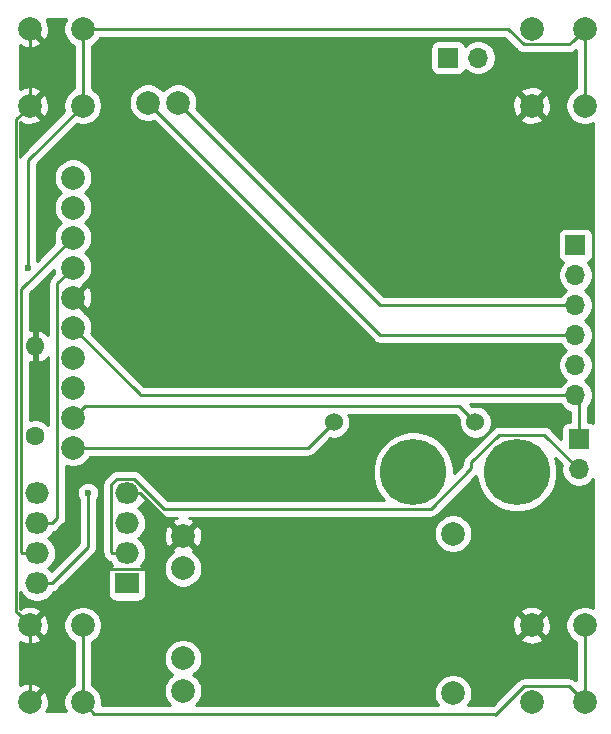
<source format=gbr>
G04 #@! TF.GenerationSoftware,KiCad,Pcbnew,5.1.5-52549c5~84~ubuntu18.04.1*
G04 #@! TF.CreationDate,2020-03-10T16:59:25+01:00*
G04 #@! TF.ProjectId,Nokolino,4e6f6b6f-6c69-46e6-9f2e-6b696361645f,3.0*
G04 #@! TF.SameCoordinates,Original*
G04 #@! TF.FileFunction,Copper,L1,Top*
G04 #@! TF.FilePolarity,Positive*
%FSLAX46Y46*%
G04 Gerber Fmt 4.6, Leading zero omitted, Abs format (unit mm)*
G04 Created by KiCad (PCBNEW 5.1.5-52549c5~84~ubuntu18.04.1) date 2020-03-10 16:59:25*
%MOMM*%
%LPD*%
G04 APERTURE LIST*
%ADD10C,2.000000*%
%ADD11O,2.000000X1.800000*%
%ADD12R,2.000000X1.800000*%
%ADD13C,1.524000*%
%ADD14C,5.600000*%
%ADD15O,1.700000X1.700000*%
%ADD16R,1.700000X1.700000*%
%ADD17C,1.600000*%
%ADD18O,1.600000X1.600000*%
%ADD19C,0.600000*%
%ADD20C,0.250000*%
%ADD21C,0.254000*%
G04 APERTURE END LIST*
D10*
X157399100Y-137749900D03*
X157399100Y-124237100D03*
X134539100Y-137546700D03*
X134539100Y-124440300D03*
X134539100Y-127183500D03*
X134539100Y-134803500D03*
D11*
X122182000Y-128453500D03*
X129802000Y-120833500D03*
X122182000Y-125913500D03*
X129802000Y-123373500D03*
X122182000Y-123373500D03*
X129802000Y-125913500D03*
X122182000Y-120833500D03*
D12*
X129802000Y-128453500D03*
D13*
X159300000Y-114800000D03*
X147300000Y-114800000D03*
D14*
X162800000Y-119000000D03*
X154050000Y-119000000D03*
D15*
X159520000Y-83940000D03*
D16*
X156980000Y-83940000D03*
D15*
X168050000Y-118790000D03*
D16*
X168050000Y-116250000D03*
D15*
X167775000Y-112515000D03*
X167775000Y-109975000D03*
X167775000Y-107435000D03*
X167775000Y-104895000D03*
X167775000Y-102355000D03*
D16*
X167775000Y-99815000D03*
D17*
X122050000Y-116000000D03*
D18*
X122050000Y-108380000D03*
D10*
X126050000Y-88000000D03*
X121550000Y-88000000D03*
X126050000Y-81500000D03*
X121550000Y-81500000D03*
X164050000Y-81500000D03*
X168550000Y-81500000D03*
X164050000Y-88000000D03*
X168550000Y-88000000D03*
X168550000Y-138500000D03*
X164050000Y-138500000D03*
X168550000Y-132000000D03*
X164050000Y-132000000D03*
X121550000Y-132000000D03*
X126050000Y-132000000D03*
X121550000Y-138500000D03*
X126050000Y-138500000D03*
X125230000Y-94100000D03*
X125230000Y-96640000D03*
X125230000Y-99180000D03*
X125230000Y-101720000D03*
X125230000Y-104260000D03*
X125230000Y-106800000D03*
X125230000Y-109340000D03*
X125230000Y-111880000D03*
X125230000Y-114420000D03*
X125230000Y-116960000D03*
X131580000Y-87750000D03*
X134120000Y-87750000D03*
D19*
X121420000Y-101720000D03*
X121420000Y-101720000D03*
X126500000Y-120770000D03*
X126500000Y-120770000D03*
D20*
X145140000Y-116960000D02*
X125230000Y-116960000D01*
X147300000Y-114800000D02*
X145140000Y-116960000D01*
X126229999Y-113420001D02*
X125230000Y-114420000D01*
X157920001Y-113420001D02*
X126229999Y-113420001D01*
X159300000Y-114800000D02*
X157920001Y-113420001D01*
X168550000Y-138500000D02*
X168550000Y-132000000D01*
X127049999Y-139499999D02*
X126050000Y-138500000D01*
X161050001Y-139499999D02*
X127049999Y-139499999D01*
X126050000Y-138500000D02*
X126050000Y-132000000D01*
X126050000Y-81500000D02*
X126050000Y-88000000D01*
X126050000Y-81500000D02*
X162050000Y-81500000D01*
X168550000Y-81500000D02*
X168550000Y-88000000D01*
X121420000Y-92630000D02*
X121420000Y-101720000D01*
X126050000Y-88000000D02*
X121420000Y-92630000D01*
X163413999Y-137174999D02*
X160989008Y-139599990D01*
X168550000Y-138500000D02*
X167224999Y-137174999D01*
X167224999Y-137174999D02*
X163413999Y-137174999D01*
X167550001Y-82499999D02*
X168550000Y-81500000D01*
X167224999Y-82825001D02*
X167550001Y-82499999D01*
X163375001Y-82825001D02*
X167224999Y-82825001D01*
X162050000Y-81500000D02*
X163375001Y-82825001D01*
X130945000Y-112515000D02*
X130868800Y-112438800D01*
X167775000Y-112515000D02*
X130945000Y-112515000D01*
X130868800Y-112438800D02*
X125230000Y-106800000D01*
X126500000Y-125385500D02*
X123432000Y-128453500D01*
X123432000Y-128453500D02*
X122182000Y-128453500D01*
X126500000Y-120770000D02*
X126500000Y-125385500D01*
X168050000Y-112790000D02*
X167775000Y-112515000D01*
X168050000Y-116250000D02*
X168050000Y-112790000D01*
X151265000Y-104895000D02*
X134120000Y-87750000D01*
X167775000Y-104895000D02*
X151265000Y-104895000D01*
X151265000Y-107435000D02*
X167775000Y-107435000D01*
X131580000Y-87750000D02*
X151265000Y-107435000D01*
X120550001Y-131000001D02*
X121550000Y-132000000D01*
X120406981Y-130856981D02*
X120550001Y-131000001D01*
X120406981Y-89143019D02*
X120406981Y-130856981D01*
X121550000Y-88000000D02*
X120406981Y-89143019D01*
X121550000Y-86585787D02*
X121550000Y-81500000D01*
X121550000Y-88000000D02*
X121550000Y-86585787D01*
X130932300Y-120833500D02*
X129802000Y-120833500D01*
X134539100Y-124440300D02*
X130932300Y-120833500D01*
X122549999Y-131000001D02*
X121550000Y-132000000D01*
X126321501Y-127228499D02*
X122549999Y-131000001D01*
X131750901Y-127228499D02*
X126321501Y-127228499D01*
X134539100Y-124440300D02*
X131750901Y-127228499D01*
X121550000Y-133414213D02*
X121550000Y-138500000D01*
X121550000Y-132000000D02*
X121550000Y-133414213D01*
X128552000Y-125913500D02*
X129802000Y-125913500D01*
X128476990Y-120063010D02*
X128476990Y-125838490D01*
X130409415Y-119608490D02*
X128931510Y-119608490D01*
X128476990Y-125838490D02*
X128552000Y-125913500D01*
X132925926Y-122125001D02*
X130409415Y-119608490D01*
X128931510Y-119608490D02*
X128476990Y-120063010D01*
X155550001Y-122125001D02*
X132925926Y-122125001D01*
X158960000Y-118715002D02*
X155550001Y-122125001D01*
X158960000Y-118214998D02*
X158960000Y-118715002D01*
X161299999Y-115874999D02*
X158960000Y-118214998D01*
X165134999Y-115874999D02*
X161299999Y-115874999D01*
X168050000Y-118790000D02*
X165134999Y-115874999D01*
X120856990Y-125838490D02*
X120932000Y-125913500D01*
X120932000Y-125913500D02*
X122182000Y-125913500D01*
X120856990Y-103553010D02*
X120856990Y-125838490D01*
X125230000Y-99180000D02*
X120856990Y-103553010D01*
X123432000Y-123373500D02*
X122182000Y-123373500D01*
X123904999Y-122900501D02*
X123432000Y-123373500D01*
X123904999Y-103045001D02*
X123904999Y-122900501D01*
X125230000Y-101720000D02*
X123904999Y-103045001D01*
D21*
G36*
X166621525Y-113461632D02*
G01*
X166828368Y-113668475D01*
X167071589Y-113830990D01*
X167290001Y-113921459D01*
X167290000Y-114761928D01*
X167200000Y-114761928D01*
X167075518Y-114774188D01*
X166955820Y-114810498D01*
X166845506Y-114869463D01*
X166748815Y-114948815D01*
X166669463Y-115045506D01*
X166610498Y-115155820D01*
X166574188Y-115275518D01*
X166561928Y-115400000D01*
X166561928Y-116227127D01*
X165698803Y-115364002D01*
X165675000Y-115334998D01*
X165559275Y-115240025D01*
X165427246Y-115169453D01*
X165283985Y-115125996D01*
X165172332Y-115114999D01*
X165172321Y-115114999D01*
X165134999Y-115111323D01*
X165097677Y-115114999D01*
X161337321Y-115114999D01*
X161299998Y-115111323D01*
X161262675Y-115114999D01*
X161262666Y-115114999D01*
X161151013Y-115125996D01*
X161007752Y-115169453D01*
X160875723Y-115240025D01*
X160759998Y-115334998D01*
X160736200Y-115363996D01*
X158449003Y-117651194D01*
X158419999Y-117674997D01*
X158380050Y-117723676D01*
X158325026Y-117790722D01*
X158296886Y-117843368D01*
X158254454Y-117922752D01*
X158210997Y-118066013D01*
X158200000Y-118177666D01*
X158200000Y-118177676D01*
X158196324Y-118214998D01*
X158200000Y-118252320D01*
X158200000Y-118400200D01*
X157485000Y-119115200D01*
X157485000Y-118661682D01*
X157352994Y-117998048D01*
X157094057Y-117372918D01*
X156718138Y-116810315D01*
X156239685Y-116331862D01*
X155677082Y-115955943D01*
X155051952Y-115697006D01*
X154388318Y-115565000D01*
X153711682Y-115565000D01*
X153048048Y-115697006D01*
X152422918Y-115955943D01*
X151860315Y-116331862D01*
X151381862Y-116810315D01*
X151005943Y-117372918D01*
X150747006Y-117998048D01*
X150615000Y-118661682D01*
X150615000Y-119338318D01*
X150747006Y-120001952D01*
X151005943Y-120627082D01*
X151381862Y-121189685D01*
X151557178Y-121365001D01*
X133240728Y-121365001D01*
X130973219Y-119097493D01*
X130949416Y-119068489D01*
X130833691Y-118973516D01*
X130701662Y-118902944D01*
X130558401Y-118859487D01*
X130446748Y-118848490D01*
X130446737Y-118848490D01*
X130409415Y-118844814D01*
X130372093Y-118848490D01*
X128968832Y-118848490D01*
X128931509Y-118844814D01*
X128894186Y-118848490D01*
X128894177Y-118848490D01*
X128782524Y-118859487D01*
X128639263Y-118902944D01*
X128507234Y-118973516D01*
X128391509Y-119068489D01*
X128367706Y-119097493D01*
X127965993Y-119499206D01*
X127936989Y-119523009D01*
X127881861Y-119590184D01*
X127842016Y-119638734D01*
X127795659Y-119725462D01*
X127771444Y-119770764D01*
X127727987Y-119914025D01*
X127716990Y-120025678D01*
X127716990Y-120025688D01*
X127713314Y-120063010D01*
X127716990Y-120100333D01*
X127716991Y-125801158D01*
X127713314Y-125838490D01*
X127727988Y-125987475D01*
X127771444Y-126130736D01*
X127842016Y-126262766D01*
X127903575Y-126337775D01*
X127936990Y-126378491D01*
X127965988Y-126402289D01*
X127988196Y-126424497D01*
X128011999Y-126453501D01*
X128127724Y-126548474D01*
X128259753Y-126619046D01*
X128353863Y-126647593D01*
X128419519Y-126770427D01*
X128574280Y-126959005D01*
X128557820Y-126963998D01*
X128447506Y-127022963D01*
X128350815Y-127102315D01*
X128271463Y-127199006D01*
X128212498Y-127309320D01*
X128176188Y-127429018D01*
X128163928Y-127553500D01*
X128163928Y-129353500D01*
X128176188Y-129477982D01*
X128212498Y-129597680D01*
X128271463Y-129707994D01*
X128350815Y-129804685D01*
X128447506Y-129884037D01*
X128557820Y-129943002D01*
X128677518Y-129979312D01*
X128802000Y-129991572D01*
X130802000Y-129991572D01*
X130926482Y-129979312D01*
X131046180Y-129943002D01*
X131156494Y-129884037D01*
X131253185Y-129804685D01*
X131332537Y-129707994D01*
X131391502Y-129597680D01*
X131427812Y-129477982D01*
X131440072Y-129353500D01*
X131440072Y-127553500D01*
X131427812Y-127429018D01*
X131391502Y-127309320D01*
X131332537Y-127199006D01*
X131253185Y-127102315D01*
X131156494Y-127022963D01*
X131155567Y-127022467D01*
X132904100Y-127022467D01*
X132904100Y-127344533D01*
X132966932Y-127660412D01*
X133090182Y-127957963D01*
X133269113Y-128225752D01*
X133496848Y-128453487D01*
X133764637Y-128632418D01*
X134062188Y-128755668D01*
X134378067Y-128818500D01*
X134700133Y-128818500D01*
X135016012Y-128755668D01*
X135313563Y-128632418D01*
X135581352Y-128453487D01*
X135809087Y-128225752D01*
X135988018Y-127957963D01*
X136111268Y-127660412D01*
X136174100Y-127344533D01*
X136174100Y-127022467D01*
X136111268Y-126706588D01*
X135988018Y-126409037D01*
X135809087Y-126141248D01*
X135581352Y-125913513D01*
X135413243Y-125801186D01*
X135494908Y-125575713D01*
X134539100Y-124619905D01*
X133583292Y-125575713D01*
X133664957Y-125801186D01*
X133496848Y-125913513D01*
X133269113Y-126141248D01*
X133090182Y-126409037D01*
X132966932Y-126706588D01*
X132904100Y-127022467D01*
X131155567Y-127022467D01*
X131046180Y-126963998D01*
X131029720Y-126959005D01*
X131184481Y-126770427D01*
X131327017Y-126503761D01*
X131414790Y-126214413D01*
X131444427Y-125913500D01*
X131414790Y-125612587D01*
X131327017Y-125323239D01*
X131184481Y-125056573D01*
X130992661Y-124822839D01*
X130774135Y-124643500D01*
X130945463Y-124502895D01*
X132897382Y-124502895D01*
X132941139Y-124821975D01*
X133046305Y-125126388D01*
X133139286Y-125300344D01*
X133403687Y-125396108D01*
X134359495Y-124440300D01*
X134718705Y-124440300D01*
X135674513Y-125396108D01*
X135938914Y-125300344D01*
X136079804Y-125010729D01*
X136161484Y-124699192D01*
X136180818Y-124377705D01*
X136139453Y-124076067D01*
X155764100Y-124076067D01*
X155764100Y-124398133D01*
X155826932Y-124714012D01*
X155950182Y-125011563D01*
X156129113Y-125279352D01*
X156356848Y-125507087D01*
X156624637Y-125686018D01*
X156922188Y-125809268D01*
X157238067Y-125872100D01*
X157560133Y-125872100D01*
X157876012Y-125809268D01*
X158173563Y-125686018D01*
X158441352Y-125507087D01*
X158669087Y-125279352D01*
X158848018Y-125011563D01*
X158971268Y-124714012D01*
X159034100Y-124398133D01*
X159034100Y-124076067D01*
X158971268Y-123760188D01*
X158848018Y-123462637D01*
X158669087Y-123194848D01*
X158441352Y-122967113D01*
X158173563Y-122788182D01*
X157876012Y-122664932D01*
X157560133Y-122602100D01*
X157238067Y-122602100D01*
X156922188Y-122664932D01*
X156624637Y-122788182D01*
X156356848Y-122967113D01*
X156129113Y-123194848D01*
X155950182Y-123462637D01*
X155826932Y-123760188D01*
X155764100Y-124076067D01*
X136139453Y-124076067D01*
X136137061Y-124058625D01*
X136031895Y-123754212D01*
X135938914Y-123580256D01*
X135674513Y-123484492D01*
X134718705Y-124440300D01*
X134359495Y-124440300D01*
X133403687Y-123484492D01*
X133139286Y-123580256D01*
X132998396Y-123869871D01*
X132916716Y-124181408D01*
X132897382Y-124502895D01*
X130945463Y-124502895D01*
X130992661Y-124464161D01*
X131184481Y-124230427D01*
X131327017Y-123963761D01*
X131414790Y-123674413D01*
X131444427Y-123373500D01*
X131414790Y-123072587D01*
X131327017Y-122783239D01*
X131184481Y-122516573D01*
X130992661Y-122282839D01*
X130765621Y-122096512D01*
X130963029Y-121941538D01*
X131158809Y-121713251D01*
X131259836Y-121533713D01*
X132362127Y-122636004D01*
X132385925Y-122665002D01*
X132414923Y-122688800D01*
X132501649Y-122759975D01*
X132610048Y-122817916D01*
X132633679Y-122830547D01*
X132776940Y-122874004D01*
X132888593Y-122885001D01*
X132888603Y-122885001D01*
X132925926Y-122888677D01*
X132963248Y-122885001D01*
X134033936Y-122885001D01*
X133853012Y-122947505D01*
X133679056Y-123040486D01*
X133583292Y-123304887D01*
X134539100Y-124260695D01*
X135494908Y-123304887D01*
X135399144Y-123040486D01*
X135109529Y-122899596D01*
X135053862Y-122885001D01*
X155512679Y-122885001D01*
X155550001Y-122888677D01*
X155587323Y-122885001D01*
X155587334Y-122885001D01*
X155698987Y-122874004D01*
X155842248Y-122830547D01*
X155974277Y-122759975D01*
X156090002Y-122665002D01*
X156113805Y-122635998D01*
X159372713Y-119377091D01*
X159497006Y-120001952D01*
X159755943Y-120627082D01*
X160131862Y-121189685D01*
X160610315Y-121668138D01*
X161172918Y-122044057D01*
X161798048Y-122302994D01*
X162461682Y-122435000D01*
X163138318Y-122435000D01*
X163801952Y-122302994D01*
X164427082Y-122044057D01*
X164989685Y-121668138D01*
X165468138Y-121189685D01*
X165844057Y-120627082D01*
X166102994Y-120001952D01*
X166235000Y-119338318D01*
X166235000Y-118661682D01*
X166102994Y-117998048D01*
X166046247Y-117861049D01*
X166608790Y-118423592D01*
X166565000Y-118643740D01*
X166565000Y-118936260D01*
X166622068Y-119223158D01*
X166734010Y-119493411D01*
X166896525Y-119736632D01*
X167103368Y-119943475D01*
X167346589Y-120105990D01*
X167616842Y-120217932D01*
X167903740Y-120275000D01*
X168196260Y-120275000D01*
X168483158Y-120217932D01*
X168753411Y-120105990D01*
X168996632Y-119943475D01*
X169203475Y-119736632D01*
X169290000Y-119607138D01*
X169290000Y-130536807D01*
X169026912Y-130427832D01*
X168711033Y-130365000D01*
X168388967Y-130365000D01*
X168073088Y-130427832D01*
X167775537Y-130551082D01*
X167507748Y-130730013D01*
X167280013Y-130957748D01*
X167101082Y-131225537D01*
X166977832Y-131523088D01*
X166915000Y-131838967D01*
X166915000Y-132161033D01*
X166977832Y-132476912D01*
X167101082Y-132774463D01*
X167280013Y-133042252D01*
X167507748Y-133269987D01*
X167775537Y-133448918D01*
X167790001Y-133454909D01*
X167790000Y-136665199D01*
X167788802Y-136664001D01*
X167765000Y-136634998D01*
X167649275Y-136540025D01*
X167517246Y-136469453D01*
X167373985Y-136425996D01*
X167262332Y-136414999D01*
X167262321Y-136414999D01*
X167224999Y-136411323D01*
X167187677Y-136414999D01*
X163451321Y-136414999D01*
X163413998Y-136411323D01*
X163376675Y-136414999D01*
X163376666Y-136414999D01*
X163265013Y-136425996D01*
X163121752Y-136469453D01*
X162989723Y-136540025D01*
X162873998Y-136634998D01*
X162850200Y-136663996D01*
X160774198Y-138739999D01*
X158703935Y-138739999D01*
X158848018Y-138524363D01*
X158971268Y-138226812D01*
X159034100Y-137910933D01*
X159034100Y-137588867D01*
X158971268Y-137272988D01*
X158848018Y-136975437D01*
X158669087Y-136707648D01*
X158441352Y-136479913D01*
X158173563Y-136300982D01*
X157876012Y-136177732D01*
X157560133Y-136114900D01*
X157238067Y-136114900D01*
X156922188Y-136177732D01*
X156624637Y-136300982D01*
X156356848Y-136479913D01*
X156129113Y-136707648D01*
X155950182Y-136975437D01*
X155826932Y-137272988D01*
X155764100Y-137588867D01*
X155764100Y-137910933D01*
X155826932Y-138226812D01*
X155950182Y-138524363D01*
X156094265Y-138739999D01*
X135658040Y-138739999D01*
X135809087Y-138588952D01*
X135988018Y-138321163D01*
X136111268Y-138023612D01*
X136174100Y-137707733D01*
X136174100Y-137385667D01*
X136111268Y-137069788D01*
X135988018Y-136772237D01*
X135809087Y-136504448D01*
X135581352Y-136276713D01*
X135429277Y-136175100D01*
X135581352Y-136073487D01*
X135809087Y-135845752D01*
X135988018Y-135577963D01*
X136111268Y-135280412D01*
X136174100Y-134964533D01*
X136174100Y-134642467D01*
X136111268Y-134326588D01*
X135988018Y-134029037D01*
X135809087Y-133761248D01*
X135581352Y-133533513D01*
X135313563Y-133354582D01*
X135016012Y-133231332D01*
X134700133Y-133168500D01*
X134378067Y-133168500D01*
X134062188Y-133231332D01*
X133764637Y-133354582D01*
X133496848Y-133533513D01*
X133269113Y-133761248D01*
X133090182Y-134029037D01*
X132966932Y-134326588D01*
X132904100Y-134642467D01*
X132904100Y-134964533D01*
X132966932Y-135280412D01*
X133090182Y-135577963D01*
X133269113Y-135845752D01*
X133496848Y-136073487D01*
X133648923Y-136175100D01*
X133496848Y-136276713D01*
X133269113Y-136504448D01*
X133090182Y-136772237D01*
X132966932Y-137069788D01*
X132904100Y-137385667D01*
X132904100Y-137707733D01*
X132966932Y-138023612D01*
X133090182Y-138321163D01*
X133269113Y-138588952D01*
X133420160Y-138739999D01*
X127669293Y-138739999D01*
X127685000Y-138661033D01*
X127685000Y-138338967D01*
X127622168Y-138023088D01*
X127498918Y-137725537D01*
X127319987Y-137457748D01*
X127092252Y-137230013D01*
X126824463Y-137051082D01*
X126810000Y-137045091D01*
X126810000Y-133454909D01*
X126824463Y-133448918D01*
X127092252Y-133269987D01*
X127226826Y-133135413D01*
X163094192Y-133135413D01*
X163189956Y-133399814D01*
X163479571Y-133540704D01*
X163791108Y-133622384D01*
X164112595Y-133641718D01*
X164431675Y-133597961D01*
X164736088Y-133492795D01*
X164910044Y-133399814D01*
X165005808Y-133135413D01*
X164050000Y-132179605D01*
X163094192Y-133135413D01*
X127226826Y-133135413D01*
X127319987Y-133042252D01*
X127498918Y-132774463D01*
X127622168Y-132476912D01*
X127685000Y-132161033D01*
X127685000Y-132062595D01*
X162408282Y-132062595D01*
X162452039Y-132381675D01*
X162557205Y-132686088D01*
X162650186Y-132860044D01*
X162914587Y-132955808D01*
X163870395Y-132000000D01*
X164229605Y-132000000D01*
X165185413Y-132955808D01*
X165449814Y-132860044D01*
X165590704Y-132570429D01*
X165672384Y-132258892D01*
X165691718Y-131937405D01*
X165647961Y-131618325D01*
X165542795Y-131313912D01*
X165449814Y-131139956D01*
X165185413Y-131044192D01*
X164229605Y-132000000D01*
X163870395Y-132000000D01*
X162914587Y-131044192D01*
X162650186Y-131139956D01*
X162509296Y-131429571D01*
X162427616Y-131741108D01*
X162408282Y-132062595D01*
X127685000Y-132062595D01*
X127685000Y-131838967D01*
X127622168Y-131523088D01*
X127498918Y-131225537D01*
X127319987Y-130957748D01*
X127226826Y-130864587D01*
X163094192Y-130864587D01*
X164050000Y-131820395D01*
X165005808Y-130864587D01*
X164910044Y-130600186D01*
X164620429Y-130459296D01*
X164308892Y-130377616D01*
X163987405Y-130358282D01*
X163668325Y-130402039D01*
X163363912Y-130507205D01*
X163189956Y-130600186D01*
X163094192Y-130864587D01*
X127226826Y-130864587D01*
X127092252Y-130730013D01*
X126824463Y-130551082D01*
X126526912Y-130427832D01*
X126211033Y-130365000D01*
X125888967Y-130365000D01*
X125573088Y-130427832D01*
X125275537Y-130551082D01*
X125007748Y-130730013D01*
X124780013Y-130957748D01*
X124601082Y-131225537D01*
X124477832Y-131523088D01*
X124415000Y-131838967D01*
X124415000Y-132161033D01*
X124477832Y-132476912D01*
X124601082Y-132774463D01*
X124780013Y-133042252D01*
X125007748Y-133269987D01*
X125275537Y-133448918D01*
X125290001Y-133454909D01*
X125290000Y-137045091D01*
X125275537Y-137051082D01*
X125007748Y-137230013D01*
X124780013Y-137457748D01*
X124601082Y-137725537D01*
X124477832Y-138023088D01*
X124415000Y-138338967D01*
X124415000Y-138661033D01*
X124477832Y-138976912D01*
X124601082Y-139274463D01*
X124611463Y-139290000D01*
X122983889Y-139290000D01*
X123090704Y-139070429D01*
X123172384Y-138758892D01*
X123191718Y-138437405D01*
X123147961Y-138118325D01*
X123042795Y-137813912D01*
X122949814Y-137639956D01*
X122685413Y-137544192D01*
X121729605Y-138500000D01*
X121743748Y-138514143D01*
X121564143Y-138693748D01*
X121550000Y-138679605D01*
X121535858Y-138693748D01*
X121356253Y-138514143D01*
X121370395Y-138500000D01*
X121356253Y-138485858D01*
X121535858Y-138306253D01*
X121550000Y-138320395D01*
X122505808Y-137364587D01*
X122410044Y-137100186D01*
X122120429Y-136959296D01*
X121808892Y-136877616D01*
X121487405Y-136858282D01*
X121168325Y-136902039D01*
X120863912Y-137007205D01*
X120710000Y-137089472D01*
X120710000Y-133409565D01*
X120979571Y-133540704D01*
X121291108Y-133622384D01*
X121612595Y-133641718D01*
X121931675Y-133597961D01*
X122236088Y-133492795D01*
X122410044Y-133399814D01*
X122505808Y-133135413D01*
X121550000Y-132179605D01*
X121535858Y-132193748D01*
X121356253Y-132014143D01*
X121370395Y-132000000D01*
X121729605Y-132000000D01*
X122685413Y-132955808D01*
X122949814Y-132860044D01*
X123090704Y-132570429D01*
X123172384Y-132258892D01*
X123191718Y-131937405D01*
X123147961Y-131618325D01*
X123042795Y-131313912D01*
X122949814Y-131139956D01*
X122685413Y-131044192D01*
X121729605Y-132000000D01*
X121370395Y-132000000D01*
X121356253Y-131985858D01*
X121535858Y-131806253D01*
X121550000Y-131820395D01*
X122505808Y-130864587D01*
X122410044Y-130600186D01*
X122120429Y-130459296D01*
X121808892Y-130377616D01*
X121487405Y-130358282D01*
X121168325Y-130402039D01*
X120863912Y-130507205D01*
X120710000Y-130589472D01*
X120710000Y-129142949D01*
X120799519Y-129310427D01*
X120991339Y-129544161D01*
X121225073Y-129735981D01*
X121491739Y-129878517D01*
X121781087Y-129966290D01*
X122006592Y-129988500D01*
X122357408Y-129988500D01*
X122582913Y-129966290D01*
X122872261Y-129878517D01*
X123138927Y-129735981D01*
X123372661Y-129544161D01*
X123564481Y-129310427D01*
X123630137Y-129187593D01*
X123724247Y-129159046D01*
X123856276Y-129088474D01*
X123972001Y-128993501D01*
X123995804Y-128964497D01*
X127011003Y-125949299D01*
X127040001Y-125925501D01*
X127134974Y-125809776D01*
X127205546Y-125677747D01*
X127249003Y-125534486D01*
X127260000Y-125422833D01*
X127260000Y-125422824D01*
X127263676Y-125385501D01*
X127260000Y-125348178D01*
X127260000Y-121315535D01*
X127328586Y-121212889D01*
X127399068Y-121042729D01*
X127435000Y-120862089D01*
X127435000Y-120677911D01*
X127399068Y-120497271D01*
X127328586Y-120327111D01*
X127226262Y-120173972D01*
X127096028Y-120043738D01*
X126942889Y-119941414D01*
X126772729Y-119870932D01*
X126592089Y-119835000D01*
X126407911Y-119835000D01*
X126227271Y-119870932D01*
X126057111Y-119941414D01*
X125903972Y-120043738D01*
X125773738Y-120173972D01*
X125671414Y-120327111D01*
X125600932Y-120497271D01*
X125565000Y-120677911D01*
X125565000Y-120862089D01*
X125600932Y-121042729D01*
X125671414Y-121212889D01*
X125740000Y-121315536D01*
X125740001Y-125070697D01*
X123406557Y-127404142D01*
X123372661Y-127362839D01*
X123154135Y-127183500D01*
X123372661Y-127004161D01*
X123564481Y-126770427D01*
X123707017Y-126503761D01*
X123794790Y-126214413D01*
X123824427Y-125913500D01*
X123794790Y-125612587D01*
X123707017Y-125323239D01*
X123564481Y-125056573D01*
X123372661Y-124822839D01*
X123154135Y-124643500D01*
X123372661Y-124464161D01*
X123564481Y-124230427D01*
X123630137Y-124107593D01*
X123724247Y-124079046D01*
X123856276Y-124008474D01*
X123972001Y-123913501D01*
X123995804Y-123884497D01*
X124415996Y-123464305D01*
X124445000Y-123440502D01*
X124539973Y-123324777D01*
X124610545Y-123192748D01*
X124654002Y-123049487D01*
X124664999Y-122937834D01*
X124668676Y-122900501D01*
X124664999Y-122863168D01*
X124664999Y-118495680D01*
X124753088Y-118532168D01*
X125068967Y-118595000D01*
X125391033Y-118595000D01*
X125706912Y-118532168D01*
X126004463Y-118408918D01*
X126272252Y-118229987D01*
X126499987Y-118002252D01*
X126678918Y-117734463D01*
X126684909Y-117720000D01*
X145102678Y-117720000D01*
X145140000Y-117723676D01*
X145177322Y-117720000D01*
X145177333Y-117720000D01*
X145288986Y-117709003D01*
X145432247Y-117665546D01*
X145564276Y-117594974D01*
X145680001Y-117500001D01*
X145703804Y-117470997D01*
X147008430Y-116166372D01*
X147162408Y-116197000D01*
X147437592Y-116197000D01*
X147707490Y-116143314D01*
X147961727Y-116038005D01*
X148190535Y-115885120D01*
X148385120Y-115690535D01*
X148538005Y-115461727D01*
X148643314Y-115207490D01*
X148697000Y-114937592D01*
X148697000Y-114662408D01*
X148643314Y-114392510D01*
X148555289Y-114180001D01*
X157605200Y-114180001D01*
X157933628Y-114508430D01*
X157903000Y-114662408D01*
X157903000Y-114937592D01*
X157956686Y-115207490D01*
X158061995Y-115461727D01*
X158214880Y-115690535D01*
X158409465Y-115885120D01*
X158638273Y-116038005D01*
X158892510Y-116143314D01*
X159162408Y-116197000D01*
X159437592Y-116197000D01*
X159707490Y-116143314D01*
X159961727Y-116038005D01*
X160190535Y-115885120D01*
X160385120Y-115690535D01*
X160538005Y-115461727D01*
X160643314Y-115207490D01*
X160697000Y-114937592D01*
X160697000Y-114662408D01*
X160643314Y-114392510D01*
X160538005Y-114138273D01*
X160385120Y-113909465D01*
X160190535Y-113714880D01*
X159961727Y-113561995D01*
X159707490Y-113456686D01*
X159437592Y-113403000D01*
X159162408Y-113403000D01*
X159008430Y-113433628D01*
X158849801Y-113275000D01*
X166496822Y-113275000D01*
X166621525Y-113461632D01*
G37*
X166621525Y-113461632D02*
X166828368Y-113668475D01*
X167071589Y-113830990D01*
X167290001Y-113921459D01*
X167290000Y-114761928D01*
X167200000Y-114761928D01*
X167075518Y-114774188D01*
X166955820Y-114810498D01*
X166845506Y-114869463D01*
X166748815Y-114948815D01*
X166669463Y-115045506D01*
X166610498Y-115155820D01*
X166574188Y-115275518D01*
X166561928Y-115400000D01*
X166561928Y-116227127D01*
X165698803Y-115364002D01*
X165675000Y-115334998D01*
X165559275Y-115240025D01*
X165427246Y-115169453D01*
X165283985Y-115125996D01*
X165172332Y-115114999D01*
X165172321Y-115114999D01*
X165134999Y-115111323D01*
X165097677Y-115114999D01*
X161337321Y-115114999D01*
X161299998Y-115111323D01*
X161262675Y-115114999D01*
X161262666Y-115114999D01*
X161151013Y-115125996D01*
X161007752Y-115169453D01*
X160875723Y-115240025D01*
X160759998Y-115334998D01*
X160736200Y-115363996D01*
X158449003Y-117651194D01*
X158419999Y-117674997D01*
X158380050Y-117723676D01*
X158325026Y-117790722D01*
X158296886Y-117843368D01*
X158254454Y-117922752D01*
X158210997Y-118066013D01*
X158200000Y-118177666D01*
X158200000Y-118177676D01*
X158196324Y-118214998D01*
X158200000Y-118252320D01*
X158200000Y-118400200D01*
X157485000Y-119115200D01*
X157485000Y-118661682D01*
X157352994Y-117998048D01*
X157094057Y-117372918D01*
X156718138Y-116810315D01*
X156239685Y-116331862D01*
X155677082Y-115955943D01*
X155051952Y-115697006D01*
X154388318Y-115565000D01*
X153711682Y-115565000D01*
X153048048Y-115697006D01*
X152422918Y-115955943D01*
X151860315Y-116331862D01*
X151381862Y-116810315D01*
X151005943Y-117372918D01*
X150747006Y-117998048D01*
X150615000Y-118661682D01*
X150615000Y-119338318D01*
X150747006Y-120001952D01*
X151005943Y-120627082D01*
X151381862Y-121189685D01*
X151557178Y-121365001D01*
X133240728Y-121365001D01*
X130973219Y-119097493D01*
X130949416Y-119068489D01*
X130833691Y-118973516D01*
X130701662Y-118902944D01*
X130558401Y-118859487D01*
X130446748Y-118848490D01*
X130446737Y-118848490D01*
X130409415Y-118844814D01*
X130372093Y-118848490D01*
X128968832Y-118848490D01*
X128931509Y-118844814D01*
X128894186Y-118848490D01*
X128894177Y-118848490D01*
X128782524Y-118859487D01*
X128639263Y-118902944D01*
X128507234Y-118973516D01*
X128391509Y-119068489D01*
X128367706Y-119097493D01*
X127965993Y-119499206D01*
X127936989Y-119523009D01*
X127881861Y-119590184D01*
X127842016Y-119638734D01*
X127795659Y-119725462D01*
X127771444Y-119770764D01*
X127727987Y-119914025D01*
X127716990Y-120025678D01*
X127716990Y-120025688D01*
X127713314Y-120063010D01*
X127716990Y-120100333D01*
X127716991Y-125801158D01*
X127713314Y-125838490D01*
X127727988Y-125987475D01*
X127771444Y-126130736D01*
X127842016Y-126262766D01*
X127903575Y-126337775D01*
X127936990Y-126378491D01*
X127965988Y-126402289D01*
X127988196Y-126424497D01*
X128011999Y-126453501D01*
X128127724Y-126548474D01*
X128259753Y-126619046D01*
X128353863Y-126647593D01*
X128419519Y-126770427D01*
X128574280Y-126959005D01*
X128557820Y-126963998D01*
X128447506Y-127022963D01*
X128350815Y-127102315D01*
X128271463Y-127199006D01*
X128212498Y-127309320D01*
X128176188Y-127429018D01*
X128163928Y-127553500D01*
X128163928Y-129353500D01*
X128176188Y-129477982D01*
X128212498Y-129597680D01*
X128271463Y-129707994D01*
X128350815Y-129804685D01*
X128447506Y-129884037D01*
X128557820Y-129943002D01*
X128677518Y-129979312D01*
X128802000Y-129991572D01*
X130802000Y-129991572D01*
X130926482Y-129979312D01*
X131046180Y-129943002D01*
X131156494Y-129884037D01*
X131253185Y-129804685D01*
X131332537Y-129707994D01*
X131391502Y-129597680D01*
X131427812Y-129477982D01*
X131440072Y-129353500D01*
X131440072Y-127553500D01*
X131427812Y-127429018D01*
X131391502Y-127309320D01*
X131332537Y-127199006D01*
X131253185Y-127102315D01*
X131156494Y-127022963D01*
X131155567Y-127022467D01*
X132904100Y-127022467D01*
X132904100Y-127344533D01*
X132966932Y-127660412D01*
X133090182Y-127957963D01*
X133269113Y-128225752D01*
X133496848Y-128453487D01*
X133764637Y-128632418D01*
X134062188Y-128755668D01*
X134378067Y-128818500D01*
X134700133Y-128818500D01*
X135016012Y-128755668D01*
X135313563Y-128632418D01*
X135581352Y-128453487D01*
X135809087Y-128225752D01*
X135988018Y-127957963D01*
X136111268Y-127660412D01*
X136174100Y-127344533D01*
X136174100Y-127022467D01*
X136111268Y-126706588D01*
X135988018Y-126409037D01*
X135809087Y-126141248D01*
X135581352Y-125913513D01*
X135413243Y-125801186D01*
X135494908Y-125575713D01*
X134539100Y-124619905D01*
X133583292Y-125575713D01*
X133664957Y-125801186D01*
X133496848Y-125913513D01*
X133269113Y-126141248D01*
X133090182Y-126409037D01*
X132966932Y-126706588D01*
X132904100Y-127022467D01*
X131155567Y-127022467D01*
X131046180Y-126963998D01*
X131029720Y-126959005D01*
X131184481Y-126770427D01*
X131327017Y-126503761D01*
X131414790Y-126214413D01*
X131444427Y-125913500D01*
X131414790Y-125612587D01*
X131327017Y-125323239D01*
X131184481Y-125056573D01*
X130992661Y-124822839D01*
X130774135Y-124643500D01*
X130945463Y-124502895D01*
X132897382Y-124502895D01*
X132941139Y-124821975D01*
X133046305Y-125126388D01*
X133139286Y-125300344D01*
X133403687Y-125396108D01*
X134359495Y-124440300D01*
X134718705Y-124440300D01*
X135674513Y-125396108D01*
X135938914Y-125300344D01*
X136079804Y-125010729D01*
X136161484Y-124699192D01*
X136180818Y-124377705D01*
X136139453Y-124076067D01*
X155764100Y-124076067D01*
X155764100Y-124398133D01*
X155826932Y-124714012D01*
X155950182Y-125011563D01*
X156129113Y-125279352D01*
X156356848Y-125507087D01*
X156624637Y-125686018D01*
X156922188Y-125809268D01*
X157238067Y-125872100D01*
X157560133Y-125872100D01*
X157876012Y-125809268D01*
X158173563Y-125686018D01*
X158441352Y-125507087D01*
X158669087Y-125279352D01*
X158848018Y-125011563D01*
X158971268Y-124714012D01*
X159034100Y-124398133D01*
X159034100Y-124076067D01*
X158971268Y-123760188D01*
X158848018Y-123462637D01*
X158669087Y-123194848D01*
X158441352Y-122967113D01*
X158173563Y-122788182D01*
X157876012Y-122664932D01*
X157560133Y-122602100D01*
X157238067Y-122602100D01*
X156922188Y-122664932D01*
X156624637Y-122788182D01*
X156356848Y-122967113D01*
X156129113Y-123194848D01*
X155950182Y-123462637D01*
X155826932Y-123760188D01*
X155764100Y-124076067D01*
X136139453Y-124076067D01*
X136137061Y-124058625D01*
X136031895Y-123754212D01*
X135938914Y-123580256D01*
X135674513Y-123484492D01*
X134718705Y-124440300D01*
X134359495Y-124440300D01*
X133403687Y-123484492D01*
X133139286Y-123580256D01*
X132998396Y-123869871D01*
X132916716Y-124181408D01*
X132897382Y-124502895D01*
X130945463Y-124502895D01*
X130992661Y-124464161D01*
X131184481Y-124230427D01*
X131327017Y-123963761D01*
X131414790Y-123674413D01*
X131444427Y-123373500D01*
X131414790Y-123072587D01*
X131327017Y-122783239D01*
X131184481Y-122516573D01*
X130992661Y-122282839D01*
X130765621Y-122096512D01*
X130963029Y-121941538D01*
X131158809Y-121713251D01*
X131259836Y-121533713D01*
X132362127Y-122636004D01*
X132385925Y-122665002D01*
X132414923Y-122688800D01*
X132501649Y-122759975D01*
X132610048Y-122817916D01*
X132633679Y-122830547D01*
X132776940Y-122874004D01*
X132888593Y-122885001D01*
X132888603Y-122885001D01*
X132925926Y-122888677D01*
X132963248Y-122885001D01*
X134033936Y-122885001D01*
X133853012Y-122947505D01*
X133679056Y-123040486D01*
X133583292Y-123304887D01*
X134539100Y-124260695D01*
X135494908Y-123304887D01*
X135399144Y-123040486D01*
X135109529Y-122899596D01*
X135053862Y-122885001D01*
X155512679Y-122885001D01*
X155550001Y-122888677D01*
X155587323Y-122885001D01*
X155587334Y-122885001D01*
X155698987Y-122874004D01*
X155842248Y-122830547D01*
X155974277Y-122759975D01*
X156090002Y-122665002D01*
X156113805Y-122635998D01*
X159372713Y-119377091D01*
X159497006Y-120001952D01*
X159755943Y-120627082D01*
X160131862Y-121189685D01*
X160610315Y-121668138D01*
X161172918Y-122044057D01*
X161798048Y-122302994D01*
X162461682Y-122435000D01*
X163138318Y-122435000D01*
X163801952Y-122302994D01*
X164427082Y-122044057D01*
X164989685Y-121668138D01*
X165468138Y-121189685D01*
X165844057Y-120627082D01*
X166102994Y-120001952D01*
X166235000Y-119338318D01*
X166235000Y-118661682D01*
X166102994Y-117998048D01*
X166046247Y-117861049D01*
X166608790Y-118423592D01*
X166565000Y-118643740D01*
X166565000Y-118936260D01*
X166622068Y-119223158D01*
X166734010Y-119493411D01*
X166896525Y-119736632D01*
X167103368Y-119943475D01*
X167346589Y-120105990D01*
X167616842Y-120217932D01*
X167903740Y-120275000D01*
X168196260Y-120275000D01*
X168483158Y-120217932D01*
X168753411Y-120105990D01*
X168996632Y-119943475D01*
X169203475Y-119736632D01*
X169290000Y-119607138D01*
X169290000Y-130536807D01*
X169026912Y-130427832D01*
X168711033Y-130365000D01*
X168388967Y-130365000D01*
X168073088Y-130427832D01*
X167775537Y-130551082D01*
X167507748Y-130730013D01*
X167280013Y-130957748D01*
X167101082Y-131225537D01*
X166977832Y-131523088D01*
X166915000Y-131838967D01*
X166915000Y-132161033D01*
X166977832Y-132476912D01*
X167101082Y-132774463D01*
X167280013Y-133042252D01*
X167507748Y-133269987D01*
X167775537Y-133448918D01*
X167790001Y-133454909D01*
X167790000Y-136665199D01*
X167788802Y-136664001D01*
X167765000Y-136634998D01*
X167649275Y-136540025D01*
X167517246Y-136469453D01*
X167373985Y-136425996D01*
X167262332Y-136414999D01*
X167262321Y-136414999D01*
X167224999Y-136411323D01*
X167187677Y-136414999D01*
X163451321Y-136414999D01*
X163413998Y-136411323D01*
X163376675Y-136414999D01*
X163376666Y-136414999D01*
X163265013Y-136425996D01*
X163121752Y-136469453D01*
X162989723Y-136540025D01*
X162873998Y-136634998D01*
X162850200Y-136663996D01*
X160774198Y-138739999D01*
X158703935Y-138739999D01*
X158848018Y-138524363D01*
X158971268Y-138226812D01*
X159034100Y-137910933D01*
X159034100Y-137588867D01*
X158971268Y-137272988D01*
X158848018Y-136975437D01*
X158669087Y-136707648D01*
X158441352Y-136479913D01*
X158173563Y-136300982D01*
X157876012Y-136177732D01*
X157560133Y-136114900D01*
X157238067Y-136114900D01*
X156922188Y-136177732D01*
X156624637Y-136300982D01*
X156356848Y-136479913D01*
X156129113Y-136707648D01*
X155950182Y-136975437D01*
X155826932Y-137272988D01*
X155764100Y-137588867D01*
X155764100Y-137910933D01*
X155826932Y-138226812D01*
X155950182Y-138524363D01*
X156094265Y-138739999D01*
X135658040Y-138739999D01*
X135809087Y-138588952D01*
X135988018Y-138321163D01*
X136111268Y-138023612D01*
X136174100Y-137707733D01*
X136174100Y-137385667D01*
X136111268Y-137069788D01*
X135988018Y-136772237D01*
X135809087Y-136504448D01*
X135581352Y-136276713D01*
X135429277Y-136175100D01*
X135581352Y-136073487D01*
X135809087Y-135845752D01*
X135988018Y-135577963D01*
X136111268Y-135280412D01*
X136174100Y-134964533D01*
X136174100Y-134642467D01*
X136111268Y-134326588D01*
X135988018Y-134029037D01*
X135809087Y-133761248D01*
X135581352Y-133533513D01*
X135313563Y-133354582D01*
X135016012Y-133231332D01*
X134700133Y-133168500D01*
X134378067Y-133168500D01*
X134062188Y-133231332D01*
X133764637Y-133354582D01*
X133496848Y-133533513D01*
X133269113Y-133761248D01*
X133090182Y-134029037D01*
X132966932Y-134326588D01*
X132904100Y-134642467D01*
X132904100Y-134964533D01*
X132966932Y-135280412D01*
X133090182Y-135577963D01*
X133269113Y-135845752D01*
X133496848Y-136073487D01*
X133648923Y-136175100D01*
X133496848Y-136276713D01*
X133269113Y-136504448D01*
X133090182Y-136772237D01*
X132966932Y-137069788D01*
X132904100Y-137385667D01*
X132904100Y-137707733D01*
X132966932Y-138023612D01*
X133090182Y-138321163D01*
X133269113Y-138588952D01*
X133420160Y-138739999D01*
X127669293Y-138739999D01*
X127685000Y-138661033D01*
X127685000Y-138338967D01*
X127622168Y-138023088D01*
X127498918Y-137725537D01*
X127319987Y-137457748D01*
X127092252Y-137230013D01*
X126824463Y-137051082D01*
X126810000Y-137045091D01*
X126810000Y-133454909D01*
X126824463Y-133448918D01*
X127092252Y-133269987D01*
X127226826Y-133135413D01*
X163094192Y-133135413D01*
X163189956Y-133399814D01*
X163479571Y-133540704D01*
X163791108Y-133622384D01*
X164112595Y-133641718D01*
X164431675Y-133597961D01*
X164736088Y-133492795D01*
X164910044Y-133399814D01*
X165005808Y-133135413D01*
X164050000Y-132179605D01*
X163094192Y-133135413D01*
X127226826Y-133135413D01*
X127319987Y-133042252D01*
X127498918Y-132774463D01*
X127622168Y-132476912D01*
X127685000Y-132161033D01*
X127685000Y-132062595D01*
X162408282Y-132062595D01*
X162452039Y-132381675D01*
X162557205Y-132686088D01*
X162650186Y-132860044D01*
X162914587Y-132955808D01*
X163870395Y-132000000D01*
X164229605Y-132000000D01*
X165185413Y-132955808D01*
X165449814Y-132860044D01*
X165590704Y-132570429D01*
X165672384Y-132258892D01*
X165691718Y-131937405D01*
X165647961Y-131618325D01*
X165542795Y-131313912D01*
X165449814Y-131139956D01*
X165185413Y-131044192D01*
X164229605Y-132000000D01*
X163870395Y-132000000D01*
X162914587Y-131044192D01*
X162650186Y-131139956D01*
X162509296Y-131429571D01*
X162427616Y-131741108D01*
X162408282Y-132062595D01*
X127685000Y-132062595D01*
X127685000Y-131838967D01*
X127622168Y-131523088D01*
X127498918Y-131225537D01*
X127319987Y-130957748D01*
X127226826Y-130864587D01*
X163094192Y-130864587D01*
X164050000Y-131820395D01*
X165005808Y-130864587D01*
X164910044Y-130600186D01*
X164620429Y-130459296D01*
X164308892Y-130377616D01*
X163987405Y-130358282D01*
X163668325Y-130402039D01*
X163363912Y-130507205D01*
X163189956Y-130600186D01*
X163094192Y-130864587D01*
X127226826Y-130864587D01*
X127092252Y-130730013D01*
X126824463Y-130551082D01*
X126526912Y-130427832D01*
X126211033Y-130365000D01*
X125888967Y-130365000D01*
X125573088Y-130427832D01*
X125275537Y-130551082D01*
X125007748Y-130730013D01*
X124780013Y-130957748D01*
X124601082Y-131225537D01*
X124477832Y-131523088D01*
X124415000Y-131838967D01*
X124415000Y-132161033D01*
X124477832Y-132476912D01*
X124601082Y-132774463D01*
X124780013Y-133042252D01*
X125007748Y-133269987D01*
X125275537Y-133448918D01*
X125290001Y-133454909D01*
X125290000Y-137045091D01*
X125275537Y-137051082D01*
X125007748Y-137230013D01*
X124780013Y-137457748D01*
X124601082Y-137725537D01*
X124477832Y-138023088D01*
X124415000Y-138338967D01*
X124415000Y-138661033D01*
X124477832Y-138976912D01*
X124601082Y-139274463D01*
X124611463Y-139290000D01*
X122983889Y-139290000D01*
X123090704Y-139070429D01*
X123172384Y-138758892D01*
X123191718Y-138437405D01*
X123147961Y-138118325D01*
X123042795Y-137813912D01*
X122949814Y-137639956D01*
X122685413Y-137544192D01*
X121729605Y-138500000D01*
X121743748Y-138514143D01*
X121564143Y-138693748D01*
X121550000Y-138679605D01*
X121535858Y-138693748D01*
X121356253Y-138514143D01*
X121370395Y-138500000D01*
X121356253Y-138485858D01*
X121535858Y-138306253D01*
X121550000Y-138320395D01*
X122505808Y-137364587D01*
X122410044Y-137100186D01*
X122120429Y-136959296D01*
X121808892Y-136877616D01*
X121487405Y-136858282D01*
X121168325Y-136902039D01*
X120863912Y-137007205D01*
X120710000Y-137089472D01*
X120710000Y-133409565D01*
X120979571Y-133540704D01*
X121291108Y-133622384D01*
X121612595Y-133641718D01*
X121931675Y-133597961D01*
X122236088Y-133492795D01*
X122410044Y-133399814D01*
X122505808Y-133135413D01*
X121550000Y-132179605D01*
X121535858Y-132193748D01*
X121356253Y-132014143D01*
X121370395Y-132000000D01*
X121729605Y-132000000D01*
X122685413Y-132955808D01*
X122949814Y-132860044D01*
X123090704Y-132570429D01*
X123172384Y-132258892D01*
X123191718Y-131937405D01*
X123147961Y-131618325D01*
X123042795Y-131313912D01*
X122949814Y-131139956D01*
X122685413Y-131044192D01*
X121729605Y-132000000D01*
X121370395Y-132000000D01*
X121356253Y-131985858D01*
X121535858Y-131806253D01*
X121550000Y-131820395D01*
X122505808Y-130864587D01*
X122410044Y-130600186D01*
X122120429Y-130459296D01*
X121808892Y-130377616D01*
X121487405Y-130358282D01*
X121168325Y-130402039D01*
X120863912Y-130507205D01*
X120710000Y-130589472D01*
X120710000Y-129142949D01*
X120799519Y-129310427D01*
X120991339Y-129544161D01*
X121225073Y-129735981D01*
X121491739Y-129878517D01*
X121781087Y-129966290D01*
X122006592Y-129988500D01*
X122357408Y-129988500D01*
X122582913Y-129966290D01*
X122872261Y-129878517D01*
X123138927Y-129735981D01*
X123372661Y-129544161D01*
X123564481Y-129310427D01*
X123630137Y-129187593D01*
X123724247Y-129159046D01*
X123856276Y-129088474D01*
X123972001Y-128993501D01*
X123995804Y-128964497D01*
X127011003Y-125949299D01*
X127040001Y-125925501D01*
X127134974Y-125809776D01*
X127205546Y-125677747D01*
X127249003Y-125534486D01*
X127260000Y-125422833D01*
X127260000Y-125422824D01*
X127263676Y-125385501D01*
X127260000Y-125348178D01*
X127260000Y-121315535D01*
X127328586Y-121212889D01*
X127399068Y-121042729D01*
X127435000Y-120862089D01*
X127435000Y-120677911D01*
X127399068Y-120497271D01*
X127328586Y-120327111D01*
X127226262Y-120173972D01*
X127096028Y-120043738D01*
X126942889Y-119941414D01*
X126772729Y-119870932D01*
X126592089Y-119835000D01*
X126407911Y-119835000D01*
X126227271Y-119870932D01*
X126057111Y-119941414D01*
X125903972Y-120043738D01*
X125773738Y-120173972D01*
X125671414Y-120327111D01*
X125600932Y-120497271D01*
X125565000Y-120677911D01*
X125565000Y-120862089D01*
X125600932Y-121042729D01*
X125671414Y-121212889D01*
X125740000Y-121315536D01*
X125740001Y-125070697D01*
X123406557Y-127404142D01*
X123372661Y-127362839D01*
X123154135Y-127183500D01*
X123372661Y-127004161D01*
X123564481Y-126770427D01*
X123707017Y-126503761D01*
X123794790Y-126214413D01*
X123824427Y-125913500D01*
X123794790Y-125612587D01*
X123707017Y-125323239D01*
X123564481Y-125056573D01*
X123372661Y-124822839D01*
X123154135Y-124643500D01*
X123372661Y-124464161D01*
X123564481Y-124230427D01*
X123630137Y-124107593D01*
X123724247Y-124079046D01*
X123856276Y-124008474D01*
X123972001Y-123913501D01*
X123995804Y-123884497D01*
X124415996Y-123464305D01*
X124445000Y-123440502D01*
X124539973Y-123324777D01*
X124610545Y-123192748D01*
X124654002Y-123049487D01*
X124664999Y-122937834D01*
X124668676Y-122900501D01*
X124664999Y-122863168D01*
X124664999Y-118495680D01*
X124753088Y-118532168D01*
X125068967Y-118595000D01*
X125391033Y-118595000D01*
X125706912Y-118532168D01*
X126004463Y-118408918D01*
X126272252Y-118229987D01*
X126499987Y-118002252D01*
X126678918Y-117734463D01*
X126684909Y-117720000D01*
X145102678Y-117720000D01*
X145140000Y-117723676D01*
X145177322Y-117720000D01*
X145177333Y-117720000D01*
X145288986Y-117709003D01*
X145432247Y-117665546D01*
X145564276Y-117594974D01*
X145680001Y-117500001D01*
X145703804Y-117470997D01*
X147008430Y-116166372D01*
X147162408Y-116197000D01*
X147437592Y-116197000D01*
X147707490Y-116143314D01*
X147961727Y-116038005D01*
X148190535Y-115885120D01*
X148385120Y-115690535D01*
X148538005Y-115461727D01*
X148643314Y-115207490D01*
X148697000Y-114937592D01*
X148697000Y-114662408D01*
X148643314Y-114392510D01*
X148555289Y-114180001D01*
X157605200Y-114180001D01*
X157933628Y-114508430D01*
X157903000Y-114662408D01*
X157903000Y-114937592D01*
X157956686Y-115207490D01*
X158061995Y-115461727D01*
X158214880Y-115690535D01*
X158409465Y-115885120D01*
X158638273Y-116038005D01*
X158892510Y-116143314D01*
X159162408Y-116197000D01*
X159437592Y-116197000D01*
X159707490Y-116143314D01*
X159961727Y-116038005D01*
X160190535Y-115885120D01*
X160385120Y-115690535D01*
X160538005Y-115461727D01*
X160643314Y-115207490D01*
X160697000Y-114937592D01*
X160697000Y-114662408D01*
X160643314Y-114392510D01*
X160538005Y-114138273D01*
X160385120Y-113909465D01*
X160190535Y-113714880D01*
X159961727Y-113561995D01*
X159707490Y-113456686D01*
X159437592Y-113403000D01*
X159162408Y-113403000D01*
X159008430Y-113433628D01*
X158849801Y-113275000D01*
X166496822Y-113275000D01*
X166621525Y-113461632D01*
G36*
X164243748Y-138485858D02*
G01*
X164229605Y-138500000D01*
X164243748Y-138514143D01*
X164064143Y-138693748D01*
X164050000Y-138679605D01*
X164035858Y-138693748D01*
X163856253Y-138514143D01*
X163870395Y-138500000D01*
X163856253Y-138485858D01*
X164035858Y-138306253D01*
X164050000Y-138320395D01*
X164064143Y-138306253D01*
X164243748Y-138485858D01*
G37*
X164243748Y-138485858D02*
X164229605Y-138500000D01*
X164243748Y-138514143D01*
X164064143Y-138693748D01*
X164050000Y-138679605D01*
X164035858Y-138693748D01*
X163856253Y-138514143D01*
X163870395Y-138500000D01*
X163856253Y-138485858D01*
X164035858Y-138306253D01*
X164050000Y-138320395D01*
X164064143Y-138306253D01*
X164243748Y-138485858D01*
G36*
X129929000Y-120706500D02*
G01*
X129949000Y-120706500D01*
X129949000Y-120960500D01*
X129929000Y-120960500D01*
X129929000Y-120980500D01*
X129675000Y-120980500D01*
X129675000Y-120960500D01*
X129655000Y-120960500D01*
X129655000Y-120706500D01*
X129675000Y-120706500D01*
X129675000Y-120686500D01*
X129929000Y-120686500D01*
X129929000Y-120706500D01*
G37*
X129929000Y-120706500D02*
X129949000Y-120706500D01*
X129949000Y-120960500D01*
X129929000Y-120960500D01*
X129929000Y-120980500D01*
X129675000Y-120980500D01*
X129675000Y-120960500D01*
X129655000Y-120960500D01*
X129655000Y-120706500D01*
X129675000Y-120706500D01*
X129675000Y-120686500D01*
X129929000Y-120686500D01*
X129929000Y-120706500D01*
G36*
X123657832Y-102196912D02*
G01*
X123663823Y-102211376D01*
X123394001Y-102481198D01*
X123364998Y-102505000D01*
X123309870Y-102572175D01*
X123270025Y-102620725D01*
X123260997Y-102637616D01*
X123199453Y-102752755D01*
X123155996Y-102896016D01*
X123144999Y-103007669D01*
X123144999Y-103007679D01*
X123141323Y-103045001D01*
X123144999Y-103082323D01*
X123144999Y-107461587D01*
X123013414Y-107316481D01*
X122787420Y-107148963D01*
X122533087Y-107028754D01*
X122399039Y-106988096D01*
X122177000Y-107110085D01*
X122177000Y-108253000D01*
X122197000Y-108253000D01*
X122197000Y-108507000D01*
X122177000Y-108507000D01*
X122177000Y-109649915D01*
X122399039Y-109771904D01*
X122533087Y-109731246D01*
X122787420Y-109611037D01*
X123013414Y-109443519D01*
X123144999Y-109298413D01*
X123145000Y-115065604D01*
X122964759Y-114885363D01*
X122729727Y-114728320D01*
X122468574Y-114620147D01*
X122191335Y-114565000D01*
X121908665Y-114565000D01*
X121631426Y-114620147D01*
X121616990Y-114626127D01*
X121616990Y-109746435D01*
X121700961Y-109771904D01*
X121923000Y-109649915D01*
X121923000Y-108507000D01*
X121903000Y-108507000D01*
X121903000Y-108253000D01*
X121923000Y-108253000D01*
X121923000Y-107110085D01*
X121700961Y-106988096D01*
X121616990Y-107013565D01*
X121616990Y-103867811D01*
X123596455Y-101888347D01*
X123657832Y-102196912D01*
G37*
X123657832Y-102196912D02*
X123663823Y-102211376D01*
X123394001Y-102481198D01*
X123364998Y-102505000D01*
X123309870Y-102572175D01*
X123270025Y-102620725D01*
X123260997Y-102637616D01*
X123199453Y-102752755D01*
X123155996Y-102896016D01*
X123144999Y-103007669D01*
X123144999Y-103007679D01*
X123141323Y-103045001D01*
X123144999Y-103082323D01*
X123144999Y-107461587D01*
X123013414Y-107316481D01*
X122787420Y-107148963D01*
X122533087Y-107028754D01*
X122399039Y-106988096D01*
X122177000Y-107110085D01*
X122177000Y-108253000D01*
X122197000Y-108253000D01*
X122197000Y-108507000D01*
X122177000Y-108507000D01*
X122177000Y-109649915D01*
X122399039Y-109771904D01*
X122533087Y-109731246D01*
X122787420Y-109611037D01*
X123013414Y-109443519D01*
X123144999Y-109298413D01*
X123145000Y-115065604D01*
X122964759Y-114885363D01*
X122729727Y-114728320D01*
X122468574Y-114620147D01*
X122191335Y-114565000D01*
X121908665Y-114565000D01*
X121631426Y-114620147D01*
X121616990Y-114626127D01*
X121616990Y-109746435D01*
X121700961Y-109771904D01*
X121923000Y-109649915D01*
X121923000Y-108507000D01*
X121903000Y-108507000D01*
X121903000Y-108253000D01*
X121923000Y-108253000D01*
X121923000Y-107110085D01*
X121700961Y-106988096D01*
X121616990Y-107013565D01*
X121616990Y-103867811D01*
X123596455Y-101888347D01*
X123657832Y-102196912D01*
G36*
X162811206Y-83336009D02*
G01*
X162835000Y-83365002D01*
X162863993Y-83388796D01*
X162863997Y-83388800D01*
X162934686Y-83446812D01*
X162950725Y-83459975D01*
X163082754Y-83530547D01*
X163226015Y-83574004D01*
X163337668Y-83585001D01*
X163337677Y-83585001D01*
X163375000Y-83588677D01*
X163412323Y-83585001D01*
X167187677Y-83585001D01*
X167224999Y-83588677D01*
X167262321Y-83585001D01*
X167262332Y-83585001D01*
X167373985Y-83574004D01*
X167517246Y-83530547D01*
X167649275Y-83459975D01*
X167765000Y-83365002D01*
X167788803Y-83335998D01*
X167790000Y-83334801D01*
X167790001Y-86545091D01*
X167775537Y-86551082D01*
X167507748Y-86730013D01*
X167280013Y-86957748D01*
X167101082Y-87225537D01*
X166977832Y-87523088D01*
X166915000Y-87838967D01*
X166915000Y-88161033D01*
X166977832Y-88476912D01*
X167101082Y-88774463D01*
X167280013Y-89042252D01*
X167507748Y-89269987D01*
X167775537Y-89448918D01*
X168073088Y-89572168D01*
X168388967Y-89635000D01*
X168711033Y-89635000D01*
X169026912Y-89572168D01*
X169290001Y-89463193D01*
X169290000Y-114898602D01*
X169254494Y-114869463D01*
X169144180Y-114810498D01*
X169024482Y-114774188D01*
X168900000Y-114761928D01*
X168810000Y-114761928D01*
X168810000Y-113580107D01*
X168928475Y-113461632D01*
X169090990Y-113218411D01*
X169202932Y-112948158D01*
X169260000Y-112661260D01*
X169260000Y-112368740D01*
X169202932Y-112081842D01*
X169090990Y-111811589D01*
X168928475Y-111568368D01*
X168721632Y-111361525D01*
X168547240Y-111245000D01*
X168721632Y-111128475D01*
X168928475Y-110921632D01*
X169090990Y-110678411D01*
X169202932Y-110408158D01*
X169260000Y-110121260D01*
X169260000Y-109828740D01*
X169202932Y-109541842D01*
X169090990Y-109271589D01*
X168928475Y-109028368D01*
X168721632Y-108821525D01*
X168547240Y-108705000D01*
X168721632Y-108588475D01*
X168928475Y-108381632D01*
X169090990Y-108138411D01*
X169202932Y-107868158D01*
X169260000Y-107581260D01*
X169260000Y-107288740D01*
X169202932Y-107001842D01*
X169090990Y-106731589D01*
X168928475Y-106488368D01*
X168721632Y-106281525D01*
X168547240Y-106165000D01*
X168721632Y-106048475D01*
X168928475Y-105841632D01*
X169090990Y-105598411D01*
X169202932Y-105328158D01*
X169260000Y-105041260D01*
X169260000Y-104748740D01*
X169202932Y-104461842D01*
X169090990Y-104191589D01*
X168928475Y-103948368D01*
X168721632Y-103741525D01*
X168547240Y-103625000D01*
X168721632Y-103508475D01*
X168928475Y-103301632D01*
X169090990Y-103058411D01*
X169202932Y-102788158D01*
X169260000Y-102501260D01*
X169260000Y-102208740D01*
X169202932Y-101921842D01*
X169090990Y-101651589D01*
X168928475Y-101408368D01*
X168796620Y-101276513D01*
X168869180Y-101254502D01*
X168979494Y-101195537D01*
X169076185Y-101116185D01*
X169155537Y-101019494D01*
X169214502Y-100909180D01*
X169250812Y-100789482D01*
X169263072Y-100665000D01*
X169263072Y-98965000D01*
X169250812Y-98840518D01*
X169214502Y-98720820D01*
X169155537Y-98610506D01*
X169076185Y-98513815D01*
X168979494Y-98434463D01*
X168869180Y-98375498D01*
X168749482Y-98339188D01*
X168625000Y-98326928D01*
X166925000Y-98326928D01*
X166800518Y-98339188D01*
X166680820Y-98375498D01*
X166570506Y-98434463D01*
X166473815Y-98513815D01*
X166394463Y-98610506D01*
X166335498Y-98720820D01*
X166299188Y-98840518D01*
X166286928Y-98965000D01*
X166286928Y-100665000D01*
X166299188Y-100789482D01*
X166335498Y-100909180D01*
X166394463Y-101019494D01*
X166473815Y-101116185D01*
X166570506Y-101195537D01*
X166680820Y-101254502D01*
X166753380Y-101276513D01*
X166621525Y-101408368D01*
X166459010Y-101651589D01*
X166347068Y-101921842D01*
X166290000Y-102208740D01*
X166290000Y-102501260D01*
X166347068Y-102788158D01*
X166459010Y-103058411D01*
X166621525Y-103301632D01*
X166828368Y-103508475D01*
X167002760Y-103625000D01*
X166828368Y-103741525D01*
X166621525Y-103948368D01*
X166496822Y-104135000D01*
X151579802Y-104135000D01*
X136580215Y-89135413D01*
X163094192Y-89135413D01*
X163189956Y-89399814D01*
X163479571Y-89540704D01*
X163791108Y-89622384D01*
X164112595Y-89641718D01*
X164431675Y-89597961D01*
X164736088Y-89492795D01*
X164910044Y-89399814D01*
X165005808Y-89135413D01*
X164050000Y-88179605D01*
X163094192Y-89135413D01*
X136580215Y-89135413D01*
X135686177Y-88241376D01*
X135692168Y-88226912D01*
X135724852Y-88062595D01*
X162408282Y-88062595D01*
X162452039Y-88381675D01*
X162557205Y-88686088D01*
X162650186Y-88860044D01*
X162914587Y-88955808D01*
X163870395Y-88000000D01*
X164229605Y-88000000D01*
X165185413Y-88955808D01*
X165449814Y-88860044D01*
X165590704Y-88570429D01*
X165672384Y-88258892D01*
X165691718Y-87937405D01*
X165647961Y-87618325D01*
X165542795Y-87313912D01*
X165449814Y-87139956D01*
X165185413Y-87044192D01*
X164229605Y-88000000D01*
X163870395Y-88000000D01*
X162914587Y-87044192D01*
X162650186Y-87139956D01*
X162509296Y-87429571D01*
X162427616Y-87741108D01*
X162408282Y-88062595D01*
X135724852Y-88062595D01*
X135755000Y-87911033D01*
X135755000Y-87588967D01*
X135692168Y-87273088D01*
X135568918Y-86975537D01*
X135494784Y-86864587D01*
X163094192Y-86864587D01*
X164050000Y-87820395D01*
X165005808Y-86864587D01*
X164910044Y-86600186D01*
X164620429Y-86459296D01*
X164308892Y-86377616D01*
X163987405Y-86358282D01*
X163668325Y-86402039D01*
X163363912Y-86507205D01*
X163189956Y-86600186D01*
X163094192Y-86864587D01*
X135494784Y-86864587D01*
X135389987Y-86707748D01*
X135162252Y-86480013D01*
X134894463Y-86301082D01*
X134596912Y-86177832D01*
X134281033Y-86115000D01*
X133958967Y-86115000D01*
X133643088Y-86177832D01*
X133345537Y-86301082D01*
X133077748Y-86480013D01*
X132850013Y-86707748D01*
X132850000Y-86707767D01*
X132849987Y-86707748D01*
X132622252Y-86480013D01*
X132354463Y-86301082D01*
X132056912Y-86177832D01*
X131741033Y-86115000D01*
X131418967Y-86115000D01*
X131103088Y-86177832D01*
X130805537Y-86301082D01*
X130537748Y-86480013D01*
X130310013Y-86707748D01*
X130131082Y-86975537D01*
X130007832Y-87273088D01*
X129945000Y-87588967D01*
X129945000Y-87911033D01*
X130007832Y-88226912D01*
X130131082Y-88524463D01*
X130310013Y-88792252D01*
X130537748Y-89019987D01*
X130805537Y-89198918D01*
X131103088Y-89322168D01*
X131418967Y-89385000D01*
X131741033Y-89385000D01*
X132056912Y-89322168D01*
X132071376Y-89316177D01*
X150701201Y-107946003D01*
X150724999Y-107975001D01*
X150753997Y-107998799D01*
X150840723Y-108069974D01*
X150968759Y-108138411D01*
X150972753Y-108140546D01*
X151116014Y-108184003D01*
X151227667Y-108195000D01*
X151227677Y-108195000D01*
X151265000Y-108198676D01*
X151302323Y-108195000D01*
X166496822Y-108195000D01*
X166621525Y-108381632D01*
X166828368Y-108588475D01*
X167002760Y-108705000D01*
X166828368Y-108821525D01*
X166621525Y-109028368D01*
X166459010Y-109271589D01*
X166347068Y-109541842D01*
X166290000Y-109828740D01*
X166290000Y-110121260D01*
X166347068Y-110408158D01*
X166459010Y-110678411D01*
X166621525Y-110921632D01*
X166828368Y-111128475D01*
X167002760Y-111245000D01*
X166828368Y-111361525D01*
X166621525Y-111568368D01*
X166496822Y-111755000D01*
X131259803Y-111755000D01*
X126796177Y-107291376D01*
X126802168Y-107276912D01*
X126865000Y-106961033D01*
X126865000Y-106638967D01*
X126802168Y-106323088D01*
X126678918Y-106025537D01*
X126499987Y-105757748D01*
X126272252Y-105530013D01*
X126163400Y-105457280D01*
X126185808Y-105395413D01*
X125230000Y-104439605D01*
X125215858Y-104453748D01*
X125036253Y-104274143D01*
X125050395Y-104260000D01*
X125409605Y-104260000D01*
X126365413Y-105215808D01*
X126629814Y-105120044D01*
X126770704Y-104830429D01*
X126852384Y-104518892D01*
X126871718Y-104197405D01*
X126827961Y-103878325D01*
X126722795Y-103573912D01*
X126629814Y-103399956D01*
X126365413Y-103304192D01*
X125409605Y-104260000D01*
X125050395Y-104260000D01*
X125036253Y-104245858D01*
X125215858Y-104066253D01*
X125230000Y-104080395D01*
X126185808Y-103124587D01*
X126163400Y-103062720D01*
X126272252Y-102989987D01*
X126499987Y-102762252D01*
X126678918Y-102494463D01*
X126802168Y-102196912D01*
X126865000Y-101881033D01*
X126865000Y-101558967D01*
X126802168Y-101243088D01*
X126678918Y-100945537D01*
X126499987Y-100677748D01*
X126272252Y-100450013D01*
X126272233Y-100450000D01*
X126272252Y-100449987D01*
X126499987Y-100222252D01*
X126678918Y-99954463D01*
X126802168Y-99656912D01*
X126865000Y-99341033D01*
X126865000Y-99018967D01*
X126802168Y-98703088D01*
X126678918Y-98405537D01*
X126499987Y-98137748D01*
X126272252Y-97910013D01*
X126272233Y-97910000D01*
X126272252Y-97909987D01*
X126499987Y-97682252D01*
X126678918Y-97414463D01*
X126802168Y-97116912D01*
X126865000Y-96801033D01*
X126865000Y-96478967D01*
X126802168Y-96163088D01*
X126678918Y-95865537D01*
X126499987Y-95597748D01*
X126272252Y-95370013D01*
X126272233Y-95370000D01*
X126272252Y-95369987D01*
X126499987Y-95142252D01*
X126678918Y-94874463D01*
X126802168Y-94576912D01*
X126865000Y-94261033D01*
X126865000Y-93938967D01*
X126802168Y-93623088D01*
X126678918Y-93325537D01*
X126499987Y-93057748D01*
X126272252Y-92830013D01*
X126004463Y-92651082D01*
X125706912Y-92527832D01*
X125391033Y-92465000D01*
X125068967Y-92465000D01*
X124753088Y-92527832D01*
X124455537Y-92651082D01*
X124187748Y-92830013D01*
X123960013Y-93057748D01*
X123781082Y-93325537D01*
X123657832Y-93623088D01*
X123595000Y-93938967D01*
X123595000Y-94261033D01*
X123657832Y-94576912D01*
X123781082Y-94874463D01*
X123960013Y-95142252D01*
X124187748Y-95369987D01*
X124187767Y-95370000D01*
X124187748Y-95370013D01*
X123960013Y-95597748D01*
X123781082Y-95865537D01*
X123657832Y-96163088D01*
X123595000Y-96478967D01*
X123595000Y-96801033D01*
X123657832Y-97116912D01*
X123781082Y-97414463D01*
X123960013Y-97682252D01*
X124187748Y-97909987D01*
X124187767Y-97910000D01*
X124187748Y-97910013D01*
X123960013Y-98137748D01*
X123781082Y-98405537D01*
X123657832Y-98703088D01*
X123595000Y-99018967D01*
X123595000Y-99341033D01*
X123657832Y-99656912D01*
X123663823Y-99671375D01*
X122180000Y-101155199D01*
X122180000Y-92944801D01*
X125558625Y-89566177D01*
X125573088Y-89572168D01*
X125888967Y-89635000D01*
X126211033Y-89635000D01*
X126526912Y-89572168D01*
X126824463Y-89448918D01*
X127092252Y-89269987D01*
X127319987Y-89042252D01*
X127498918Y-88774463D01*
X127622168Y-88476912D01*
X127685000Y-88161033D01*
X127685000Y-87838967D01*
X127622168Y-87523088D01*
X127498918Y-87225537D01*
X127319987Y-86957748D01*
X127092252Y-86730013D01*
X126824463Y-86551082D01*
X126810000Y-86545091D01*
X126810000Y-83090000D01*
X155491928Y-83090000D01*
X155491928Y-84790000D01*
X155504188Y-84914482D01*
X155540498Y-85034180D01*
X155599463Y-85144494D01*
X155678815Y-85241185D01*
X155775506Y-85320537D01*
X155885820Y-85379502D01*
X156005518Y-85415812D01*
X156130000Y-85428072D01*
X157830000Y-85428072D01*
X157954482Y-85415812D01*
X158074180Y-85379502D01*
X158184494Y-85320537D01*
X158281185Y-85241185D01*
X158360537Y-85144494D01*
X158419502Y-85034180D01*
X158441513Y-84961620D01*
X158573368Y-85093475D01*
X158816589Y-85255990D01*
X159086842Y-85367932D01*
X159373740Y-85425000D01*
X159666260Y-85425000D01*
X159953158Y-85367932D01*
X160223411Y-85255990D01*
X160466632Y-85093475D01*
X160673475Y-84886632D01*
X160835990Y-84643411D01*
X160947932Y-84373158D01*
X161005000Y-84086260D01*
X161005000Y-83793740D01*
X160947932Y-83506842D01*
X160835990Y-83236589D01*
X160673475Y-82993368D01*
X160466632Y-82786525D01*
X160223411Y-82624010D01*
X159953158Y-82512068D01*
X159666260Y-82455000D01*
X159373740Y-82455000D01*
X159086842Y-82512068D01*
X158816589Y-82624010D01*
X158573368Y-82786525D01*
X158441513Y-82918380D01*
X158419502Y-82845820D01*
X158360537Y-82735506D01*
X158281185Y-82638815D01*
X158184494Y-82559463D01*
X158074180Y-82500498D01*
X157954482Y-82464188D01*
X157830000Y-82451928D01*
X156130000Y-82451928D01*
X156005518Y-82464188D01*
X155885820Y-82500498D01*
X155775506Y-82559463D01*
X155678815Y-82638815D01*
X155599463Y-82735506D01*
X155540498Y-82845820D01*
X155504188Y-82965518D01*
X155491928Y-83090000D01*
X126810000Y-83090000D01*
X126810000Y-82954909D01*
X126824463Y-82948918D01*
X127092252Y-82769987D01*
X127319987Y-82542252D01*
X127498918Y-82274463D01*
X127504909Y-82260000D01*
X161735199Y-82260000D01*
X162811206Y-83336009D01*
G37*
X162811206Y-83336009D02*
X162835000Y-83365002D01*
X162863993Y-83388796D01*
X162863997Y-83388800D01*
X162934686Y-83446812D01*
X162950725Y-83459975D01*
X163082754Y-83530547D01*
X163226015Y-83574004D01*
X163337668Y-83585001D01*
X163337677Y-83585001D01*
X163375000Y-83588677D01*
X163412323Y-83585001D01*
X167187677Y-83585001D01*
X167224999Y-83588677D01*
X167262321Y-83585001D01*
X167262332Y-83585001D01*
X167373985Y-83574004D01*
X167517246Y-83530547D01*
X167649275Y-83459975D01*
X167765000Y-83365002D01*
X167788803Y-83335998D01*
X167790000Y-83334801D01*
X167790001Y-86545091D01*
X167775537Y-86551082D01*
X167507748Y-86730013D01*
X167280013Y-86957748D01*
X167101082Y-87225537D01*
X166977832Y-87523088D01*
X166915000Y-87838967D01*
X166915000Y-88161033D01*
X166977832Y-88476912D01*
X167101082Y-88774463D01*
X167280013Y-89042252D01*
X167507748Y-89269987D01*
X167775537Y-89448918D01*
X168073088Y-89572168D01*
X168388967Y-89635000D01*
X168711033Y-89635000D01*
X169026912Y-89572168D01*
X169290001Y-89463193D01*
X169290000Y-114898602D01*
X169254494Y-114869463D01*
X169144180Y-114810498D01*
X169024482Y-114774188D01*
X168900000Y-114761928D01*
X168810000Y-114761928D01*
X168810000Y-113580107D01*
X168928475Y-113461632D01*
X169090990Y-113218411D01*
X169202932Y-112948158D01*
X169260000Y-112661260D01*
X169260000Y-112368740D01*
X169202932Y-112081842D01*
X169090990Y-111811589D01*
X168928475Y-111568368D01*
X168721632Y-111361525D01*
X168547240Y-111245000D01*
X168721632Y-111128475D01*
X168928475Y-110921632D01*
X169090990Y-110678411D01*
X169202932Y-110408158D01*
X169260000Y-110121260D01*
X169260000Y-109828740D01*
X169202932Y-109541842D01*
X169090990Y-109271589D01*
X168928475Y-109028368D01*
X168721632Y-108821525D01*
X168547240Y-108705000D01*
X168721632Y-108588475D01*
X168928475Y-108381632D01*
X169090990Y-108138411D01*
X169202932Y-107868158D01*
X169260000Y-107581260D01*
X169260000Y-107288740D01*
X169202932Y-107001842D01*
X169090990Y-106731589D01*
X168928475Y-106488368D01*
X168721632Y-106281525D01*
X168547240Y-106165000D01*
X168721632Y-106048475D01*
X168928475Y-105841632D01*
X169090990Y-105598411D01*
X169202932Y-105328158D01*
X169260000Y-105041260D01*
X169260000Y-104748740D01*
X169202932Y-104461842D01*
X169090990Y-104191589D01*
X168928475Y-103948368D01*
X168721632Y-103741525D01*
X168547240Y-103625000D01*
X168721632Y-103508475D01*
X168928475Y-103301632D01*
X169090990Y-103058411D01*
X169202932Y-102788158D01*
X169260000Y-102501260D01*
X169260000Y-102208740D01*
X169202932Y-101921842D01*
X169090990Y-101651589D01*
X168928475Y-101408368D01*
X168796620Y-101276513D01*
X168869180Y-101254502D01*
X168979494Y-101195537D01*
X169076185Y-101116185D01*
X169155537Y-101019494D01*
X169214502Y-100909180D01*
X169250812Y-100789482D01*
X169263072Y-100665000D01*
X169263072Y-98965000D01*
X169250812Y-98840518D01*
X169214502Y-98720820D01*
X169155537Y-98610506D01*
X169076185Y-98513815D01*
X168979494Y-98434463D01*
X168869180Y-98375498D01*
X168749482Y-98339188D01*
X168625000Y-98326928D01*
X166925000Y-98326928D01*
X166800518Y-98339188D01*
X166680820Y-98375498D01*
X166570506Y-98434463D01*
X166473815Y-98513815D01*
X166394463Y-98610506D01*
X166335498Y-98720820D01*
X166299188Y-98840518D01*
X166286928Y-98965000D01*
X166286928Y-100665000D01*
X166299188Y-100789482D01*
X166335498Y-100909180D01*
X166394463Y-101019494D01*
X166473815Y-101116185D01*
X166570506Y-101195537D01*
X166680820Y-101254502D01*
X166753380Y-101276513D01*
X166621525Y-101408368D01*
X166459010Y-101651589D01*
X166347068Y-101921842D01*
X166290000Y-102208740D01*
X166290000Y-102501260D01*
X166347068Y-102788158D01*
X166459010Y-103058411D01*
X166621525Y-103301632D01*
X166828368Y-103508475D01*
X167002760Y-103625000D01*
X166828368Y-103741525D01*
X166621525Y-103948368D01*
X166496822Y-104135000D01*
X151579802Y-104135000D01*
X136580215Y-89135413D01*
X163094192Y-89135413D01*
X163189956Y-89399814D01*
X163479571Y-89540704D01*
X163791108Y-89622384D01*
X164112595Y-89641718D01*
X164431675Y-89597961D01*
X164736088Y-89492795D01*
X164910044Y-89399814D01*
X165005808Y-89135413D01*
X164050000Y-88179605D01*
X163094192Y-89135413D01*
X136580215Y-89135413D01*
X135686177Y-88241376D01*
X135692168Y-88226912D01*
X135724852Y-88062595D01*
X162408282Y-88062595D01*
X162452039Y-88381675D01*
X162557205Y-88686088D01*
X162650186Y-88860044D01*
X162914587Y-88955808D01*
X163870395Y-88000000D01*
X164229605Y-88000000D01*
X165185413Y-88955808D01*
X165449814Y-88860044D01*
X165590704Y-88570429D01*
X165672384Y-88258892D01*
X165691718Y-87937405D01*
X165647961Y-87618325D01*
X165542795Y-87313912D01*
X165449814Y-87139956D01*
X165185413Y-87044192D01*
X164229605Y-88000000D01*
X163870395Y-88000000D01*
X162914587Y-87044192D01*
X162650186Y-87139956D01*
X162509296Y-87429571D01*
X162427616Y-87741108D01*
X162408282Y-88062595D01*
X135724852Y-88062595D01*
X135755000Y-87911033D01*
X135755000Y-87588967D01*
X135692168Y-87273088D01*
X135568918Y-86975537D01*
X135494784Y-86864587D01*
X163094192Y-86864587D01*
X164050000Y-87820395D01*
X165005808Y-86864587D01*
X164910044Y-86600186D01*
X164620429Y-86459296D01*
X164308892Y-86377616D01*
X163987405Y-86358282D01*
X163668325Y-86402039D01*
X163363912Y-86507205D01*
X163189956Y-86600186D01*
X163094192Y-86864587D01*
X135494784Y-86864587D01*
X135389987Y-86707748D01*
X135162252Y-86480013D01*
X134894463Y-86301082D01*
X134596912Y-86177832D01*
X134281033Y-86115000D01*
X133958967Y-86115000D01*
X133643088Y-86177832D01*
X133345537Y-86301082D01*
X133077748Y-86480013D01*
X132850013Y-86707748D01*
X132850000Y-86707767D01*
X132849987Y-86707748D01*
X132622252Y-86480013D01*
X132354463Y-86301082D01*
X132056912Y-86177832D01*
X131741033Y-86115000D01*
X131418967Y-86115000D01*
X131103088Y-86177832D01*
X130805537Y-86301082D01*
X130537748Y-86480013D01*
X130310013Y-86707748D01*
X130131082Y-86975537D01*
X130007832Y-87273088D01*
X129945000Y-87588967D01*
X129945000Y-87911033D01*
X130007832Y-88226912D01*
X130131082Y-88524463D01*
X130310013Y-88792252D01*
X130537748Y-89019987D01*
X130805537Y-89198918D01*
X131103088Y-89322168D01*
X131418967Y-89385000D01*
X131741033Y-89385000D01*
X132056912Y-89322168D01*
X132071376Y-89316177D01*
X150701201Y-107946003D01*
X150724999Y-107975001D01*
X150753997Y-107998799D01*
X150840723Y-108069974D01*
X150968759Y-108138411D01*
X150972753Y-108140546D01*
X151116014Y-108184003D01*
X151227667Y-108195000D01*
X151227677Y-108195000D01*
X151265000Y-108198676D01*
X151302323Y-108195000D01*
X166496822Y-108195000D01*
X166621525Y-108381632D01*
X166828368Y-108588475D01*
X167002760Y-108705000D01*
X166828368Y-108821525D01*
X166621525Y-109028368D01*
X166459010Y-109271589D01*
X166347068Y-109541842D01*
X166290000Y-109828740D01*
X166290000Y-110121260D01*
X166347068Y-110408158D01*
X166459010Y-110678411D01*
X166621525Y-110921632D01*
X166828368Y-111128475D01*
X167002760Y-111245000D01*
X166828368Y-111361525D01*
X166621525Y-111568368D01*
X166496822Y-111755000D01*
X131259803Y-111755000D01*
X126796177Y-107291376D01*
X126802168Y-107276912D01*
X126865000Y-106961033D01*
X126865000Y-106638967D01*
X126802168Y-106323088D01*
X126678918Y-106025537D01*
X126499987Y-105757748D01*
X126272252Y-105530013D01*
X126163400Y-105457280D01*
X126185808Y-105395413D01*
X125230000Y-104439605D01*
X125215858Y-104453748D01*
X125036253Y-104274143D01*
X125050395Y-104260000D01*
X125409605Y-104260000D01*
X126365413Y-105215808D01*
X126629814Y-105120044D01*
X126770704Y-104830429D01*
X126852384Y-104518892D01*
X126871718Y-104197405D01*
X126827961Y-103878325D01*
X126722795Y-103573912D01*
X126629814Y-103399956D01*
X126365413Y-103304192D01*
X125409605Y-104260000D01*
X125050395Y-104260000D01*
X125036253Y-104245858D01*
X125215858Y-104066253D01*
X125230000Y-104080395D01*
X126185808Y-103124587D01*
X126163400Y-103062720D01*
X126272252Y-102989987D01*
X126499987Y-102762252D01*
X126678918Y-102494463D01*
X126802168Y-102196912D01*
X126865000Y-101881033D01*
X126865000Y-101558967D01*
X126802168Y-101243088D01*
X126678918Y-100945537D01*
X126499987Y-100677748D01*
X126272252Y-100450013D01*
X126272233Y-100450000D01*
X126272252Y-100449987D01*
X126499987Y-100222252D01*
X126678918Y-99954463D01*
X126802168Y-99656912D01*
X126865000Y-99341033D01*
X126865000Y-99018967D01*
X126802168Y-98703088D01*
X126678918Y-98405537D01*
X126499987Y-98137748D01*
X126272252Y-97910013D01*
X126272233Y-97910000D01*
X126272252Y-97909987D01*
X126499987Y-97682252D01*
X126678918Y-97414463D01*
X126802168Y-97116912D01*
X126865000Y-96801033D01*
X126865000Y-96478967D01*
X126802168Y-96163088D01*
X126678918Y-95865537D01*
X126499987Y-95597748D01*
X126272252Y-95370013D01*
X126272233Y-95370000D01*
X126272252Y-95369987D01*
X126499987Y-95142252D01*
X126678918Y-94874463D01*
X126802168Y-94576912D01*
X126865000Y-94261033D01*
X126865000Y-93938967D01*
X126802168Y-93623088D01*
X126678918Y-93325537D01*
X126499987Y-93057748D01*
X126272252Y-92830013D01*
X126004463Y-92651082D01*
X125706912Y-92527832D01*
X125391033Y-92465000D01*
X125068967Y-92465000D01*
X124753088Y-92527832D01*
X124455537Y-92651082D01*
X124187748Y-92830013D01*
X123960013Y-93057748D01*
X123781082Y-93325537D01*
X123657832Y-93623088D01*
X123595000Y-93938967D01*
X123595000Y-94261033D01*
X123657832Y-94576912D01*
X123781082Y-94874463D01*
X123960013Y-95142252D01*
X124187748Y-95369987D01*
X124187767Y-95370000D01*
X124187748Y-95370013D01*
X123960013Y-95597748D01*
X123781082Y-95865537D01*
X123657832Y-96163088D01*
X123595000Y-96478967D01*
X123595000Y-96801033D01*
X123657832Y-97116912D01*
X123781082Y-97414463D01*
X123960013Y-97682252D01*
X124187748Y-97909987D01*
X124187767Y-97910000D01*
X124187748Y-97910013D01*
X123960013Y-98137748D01*
X123781082Y-98405537D01*
X123657832Y-98703088D01*
X123595000Y-99018967D01*
X123595000Y-99341033D01*
X123657832Y-99656912D01*
X123663823Y-99671375D01*
X122180000Y-101155199D01*
X122180000Y-92944801D01*
X125558625Y-89566177D01*
X125573088Y-89572168D01*
X125888967Y-89635000D01*
X126211033Y-89635000D01*
X126526912Y-89572168D01*
X126824463Y-89448918D01*
X127092252Y-89269987D01*
X127319987Y-89042252D01*
X127498918Y-88774463D01*
X127622168Y-88476912D01*
X127685000Y-88161033D01*
X127685000Y-87838967D01*
X127622168Y-87523088D01*
X127498918Y-87225537D01*
X127319987Y-86957748D01*
X127092252Y-86730013D01*
X126824463Y-86551082D01*
X126810000Y-86545091D01*
X126810000Y-83090000D01*
X155491928Y-83090000D01*
X155491928Y-84790000D01*
X155504188Y-84914482D01*
X155540498Y-85034180D01*
X155599463Y-85144494D01*
X155678815Y-85241185D01*
X155775506Y-85320537D01*
X155885820Y-85379502D01*
X156005518Y-85415812D01*
X156130000Y-85428072D01*
X157830000Y-85428072D01*
X157954482Y-85415812D01*
X158074180Y-85379502D01*
X158184494Y-85320537D01*
X158281185Y-85241185D01*
X158360537Y-85144494D01*
X158419502Y-85034180D01*
X158441513Y-84961620D01*
X158573368Y-85093475D01*
X158816589Y-85255990D01*
X159086842Y-85367932D01*
X159373740Y-85425000D01*
X159666260Y-85425000D01*
X159953158Y-85367932D01*
X160223411Y-85255990D01*
X160466632Y-85093475D01*
X160673475Y-84886632D01*
X160835990Y-84643411D01*
X160947932Y-84373158D01*
X161005000Y-84086260D01*
X161005000Y-83793740D01*
X160947932Y-83506842D01*
X160835990Y-83236589D01*
X160673475Y-82993368D01*
X160466632Y-82786525D01*
X160223411Y-82624010D01*
X159953158Y-82512068D01*
X159666260Y-82455000D01*
X159373740Y-82455000D01*
X159086842Y-82512068D01*
X158816589Y-82624010D01*
X158573368Y-82786525D01*
X158441513Y-82918380D01*
X158419502Y-82845820D01*
X158360537Y-82735506D01*
X158281185Y-82638815D01*
X158184494Y-82559463D01*
X158074180Y-82500498D01*
X157954482Y-82464188D01*
X157830000Y-82451928D01*
X156130000Y-82451928D01*
X156005518Y-82464188D01*
X155885820Y-82500498D01*
X155775506Y-82559463D01*
X155678815Y-82638815D01*
X155599463Y-82735506D01*
X155540498Y-82845820D01*
X155504188Y-82965518D01*
X155491928Y-83090000D01*
X126810000Y-83090000D01*
X126810000Y-82954909D01*
X126824463Y-82948918D01*
X127092252Y-82769987D01*
X127319987Y-82542252D01*
X127498918Y-82274463D01*
X127504909Y-82260000D01*
X161735199Y-82260000D01*
X162811206Y-83336009D01*
G36*
X124601082Y-80725537D02*
G01*
X124477832Y-81023088D01*
X124415000Y-81338967D01*
X124415000Y-81661033D01*
X124477832Y-81976912D01*
X124601082Y-82274463D01*
X124780013Y-82542252D01*
X125007748Y-82769987D01*
X125275537Y-82948918D01*
X125290000Y-82954909D01*
X125290001Y-86545091D01*
X125275537Y-86551082D01*
X125007748Y-86730013D01*
X124780013Y-86957748D01*
X124601082Y-87225537D01*
X124477832Y-87523088D01*
X124415000Y-87838967D01*
X124415000Y-88161033D01*
X124477832Y-88476912D01*
X124483823Y-88491375D01*
X120909003Y-92066196D01*
X120879999Y-92089999D01*
X120824871Y-92157174D01*
X120785026Y-92205724D01*
X120714455Y-92337753D01*
X120714454Y-92337754D01*
X120710000Y-92352437D01*
X120710000Y-89409565D01*
X120979571Y-89540704D01*
X121291108Y-89622384D01*
X121612595Y-89641718D01*
X121931675Y-89597961D01*
X122236088Y-89492795D01*
X122410044Y-89399814D01*
X122505808Y-89135413D01*
X121550000Y-88179605D01*
X121535858Y-88193748D01*
X121356253Y-88014143D01*
X121370395Y-88000000D01*
X121729605Y-88000000D01*
X122685413Y-88955808D01*
X122949814Y-88860044D01*
X123090704Y-88570429D01*
X123172384Y-88258892D01*
X123191718Y-87937405D01*
X123147961Y-87618325D01*
X123042795Y-87313912D01*
X122949814Y-87139956D01*
X122685413Y-87044192D01*
X121729605Y-88000000D01*
X121370395Y-88000000D01*
X121356253Y-87985858D01*
X121535858Y-87806253D01*
X121550000Y-87820395D01*
X122505808Y-86864587D01*
X122410044Y-86600186D01*
X122120429Y-86459296D01*
X121808892Y-86377616D01*
X121487405Y-86358282D01*
X121168325Y-86402039D01*
X120863912Y-86507205D01*
X120710000Y-86589472D01*
X120710000Y-82909565D01*
X120979571Y-83040704D01*
X121291108Y-83122384D01*
X121612595Y-83141718D01*
X121931675Y-83097961D01*
X122236088Y-82992795D01*
X122410044Y-82899814D01*
X122505808Y-82635413D01*
X121550000Y-81679605D01*
X121535858Y-81693748D01*
X121356253Y-81514143D01*
X121370395Y-81500000D01*
X121356253Y-81485858D01*
X121535858Y-81306253D01*
X121550000Y-81320395D01*
X121564143Y-81306253D01*
X121743748Y-81485858D01*
X121729605Y-81500000D01*
X122685413Y-82455808D01*
X122949814Y-82360044D01*
X123090704Y-82070429D01*
X123172384Y-81758892D01*
X123191718Y-81437405D01*
X123147961Y-81118325D01*
X123042795Y-80813912D01*
X122987253Y-80710000D01*
X124611463Y-80710000D01*
X124601082Y-80725537D01*
G37*
X124601082Y-80725537D02*
X124477832Y-81023088D01*
X124415000Y-81338967D01*
X124415000Y-81661033D01*
X124477832Y-81976912D01*
X124601082Y-82274463D01*
X124780013Y-82542252D01*
X125007748Y-82769987D01*
X125275537Y-82948918D01*
X125290000Y-82954909D01*
X125290001Y-86545091D01*
X125275537Y-86551082D01*
X125007748Y-86730013D01*
X124780013Y-86957748D01*
X124601082Y-87225537D01*
X124477832Y-87523088D01*
X124415000Y-87838967D01*
X124415000Y-88161033D01*
X124477832Y-88476912D01*
X124483823Y-88491375D01*
X120909003Y-92066196D01*
X120879999Y-92089999D01*
X120824871Y-92157174D01*
X120785026Y-92205724D01*
X120714455Y-92337753D01*
X120714454Y-92337754D01*
X120710000Y-92352437D01*
X120710000Y-89409565D01*
X120979571Y-89540704D01*
X121291108Y-89622384D01*
X121612595Y-89641718D01*
X121931675Y-89597961D01*
X122236088Y-89492795D01*
X122410044Y-89399814D01*
X122505808Y-89135413D01*
X121550000Y-88179605D01*
X121535858Y-88193748D01*
X121356253Y-88014143D01*
X121370395Y-88000000D01*
X121729605Y-88000000D01*
X122685413Y-88955808D01*
X122949814Y-88860044D01*
X123090704Y-88570429D01*
X123172384Y-88258892D01*
X123191718Y-87937405D01*
X123147961Y-87618325D01*
X123042795Y-87313912D01*
X122949814Y-87139956D01*
X122685413Y-87044192D01*
X121729605Y-88000000D01*
X121370395Y-88000000D01*
X121356253Y-87985858D01*
X121535858Y-87806253D01*
X121550000Y-87820395D01*
X122505808Y-86864587D01*
X122410044Y-86600186D01*
X122120429Y-86459296D01*
X121808892Y-86377616D01*
X121487405Y-86358282D01*
X121168325Y-86402039D01*
X120863912Y-86507205D01*
X120710000Y-86589472D01*
X120710000Y-82909565D01*
X120979571Y-83040704D01*
X121291108Y-83122384D01*
X121612595Y-83141718D01*
X121931675Y-83097961D01*
X122236088Y-82992795D01*
X122410044Y-82899814D01*
X122505808Y-82635413D01*
X121550000Y-81679605D01*
X121535858Y-81693748D01*
X121356253Y-81514143D01*
X121370395Y-81500000D01*
X121356253Y-81485858D01*
X121535858Y-81306253D01*
X121550000Y-81320395D01*
X121564143Y-81306253D01*
X121743748Y-81485858D01*
X121729605Y-81500000D01*
X122685413Y-82455808D01*
X122949814Y-82360044D01*
X123090704Y-82070429D01*
X123172384Y-81758892D01*
X123191718Y-81437405D01*
X123147961Y-81118325D01*
X123042795Y-80813912D01*
X122987253Y-80710000D01*
X124611463Y-80710000D01*
X124601082Y-80725537D01*
G36*
X164243748Y-81485858D02*
G01*
X164229605Y-81500000D01*
X164243748Y-81514143D01*
X164064143Y-81693748D01*
X164050000Y-81679605D01*
X164035858Y-81693748D01*
X163856253Y-81514143D01*
X163870395Y-81500000D01*
X163856253Y-81485858D01*
X164035858Y-81306253D01*
X164050000Y-81320395D01*
X164064143Y-81306253D01*
X164243748Y-81485858D01*
G37*
X164243748Y-81485858D02*
X164229605Y-81500000D01*
X164243748Y-81514143D01*
X164064143Y-81693748D01*
X164050000Y-81679605D01*
X164035858Y-81693748D01*
X163856253Y-81514143D01*
X163870395Y-81500000D01*
X163856253Y-81485858D01*
X164035858Y-81306253D01*
X164050000Y-81320395D01*
X164064143Y-81306253D01*
X164243748Y-81485858D01*
M02*

</source>
